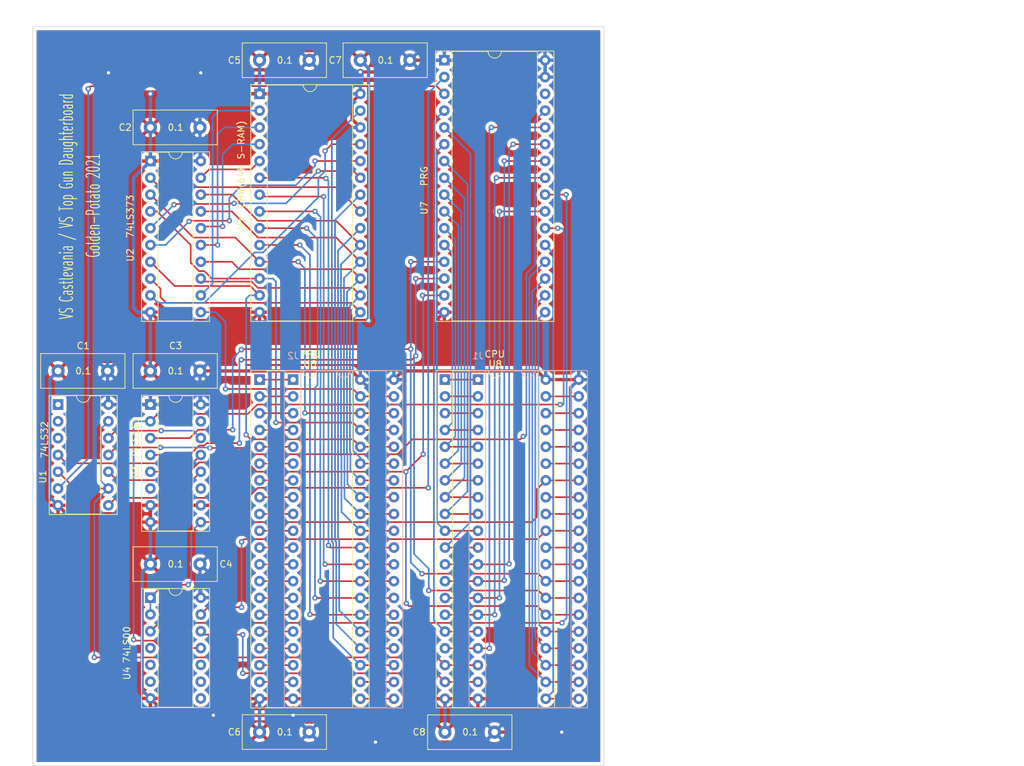
<source format=kicad_pcb>
(kicad_pcb (version 20171130) (host pcbnew "(5.1.8)-1")
  (layers (0 F.Cu signal) (31 B.Cu signal) (34 B.Paste user) (35 F.Paste user) (36 B.SilkS user) (37 F.SilkS user) (38 B.Mask user) (39 F.Mask user) (44 Edge.Cuts user))
  (net 0 "")
  (net 1 VCC)
  (net 2 GND)
  (net 3 AB15)
  (net 4 AB14)
  (net 5 AB13)
  (net 6 AB12)
  (net 7 AB11)
  (net 8 AB10)
  (net 9 AB9)
  (net 10 AB8)
  (net 11 AB7)
  (net 12 AB6)
  (net 13 AB5)
  (net 14 AB4)
  (net 15 AB3)
  (net 16 AB2)
  (net 17 AB1)
  (net 18 AB0)
  (net 19 CPU_3)
  (net 20 CPU_2)
  (net 21 CPU_1)
  (net 22 DB7)
  (net 23 DB6)
  (net 24 DB5)
  (net 25 DB4)
  (net 26 DB3)
  (net 27 DB2)
  (net 28 DB1)
  (net 29 DB0)
  (net 30 CPU_29)
  (net 31 CPU_30)
  (net 32 PHI_2)
  (net 33 CPU_32)
  (net 34 CPU_33)
  (net 35 R\~W)
  (net 36 CPU_35)
  (net 37 CPU_36)
  (net 38 CPU_37)
  (net 39 CPU_38)
  (net 40 CPU_39)
  (net 41 PPU_19)
  (net 42 PPU_18)
  (net 43 PPU_17)
  (net 44 PPU_16)
  (net 45 PPU_15)
  (net 46 PPU_14)
  (net 47 PPU_13)
  (net 48 PPU_12)
  (net 49 PPU_11)
  (net 50 PPU_10)
  (net 51 PPU_9)
  (net 52 PPU_8)
  (net 53 PPU_7)
  (net 54 PPU_6)
  (net 55 PPU_5)
  (net 56 PPU_4)
  (net 57 PPU_3)
  (net 58 PPU_2)
  (net 59 PPU_1)
  (net 60 PPU_21)
  (net 61 PPU_22)
  (net 62 ~WR)
  (net 63 ~RD)
  (net 64 A13)
  (net 65 A12)
  (net 66 A11)
  (net 67 A10)
  (net 68 A9)
  (net 69 A8)
  (net 70 AD7)
  (net 71 AD6)
  (net 72 AD5)
  (net 73 AD4)
  (net 74 AD3)
  (net 75 AD2)
  (net 76 AD1)
  (net 77 AD0)
  (net 78 ALE)
  (net 79 "Net-(U3-Pad2)")
  (net 80 "Net-(U1-Pad6)")
  (net 81 "Net-(U1-Pad12)")
  (net 82 "Net-(U1-Pad11)")
  (net 83 "Net-(U1-Pad4)")
  (net 84 "Net-(U1-Pad10)")
  (net 85 "Net-(U1-Pad8)")
  (net 86 "Net-(U2-Pad19)")
  (net 87 "Net-(U2-Pad9)")
  (net 88 "Net-(U2-Pad16)")
  (net 89 "Net-(U2-Pad6)")
  (net 90 "Net-(U2-Pad15)")
  (net 91 "Net-(U2-Pad5)")
  (net 92 "Net-(U2-Pad12)")
  (net 93 "Net-(U2-Pad2)")
  (net 94 "Net-(U3-Pad15)")
  (net 95 "Net-(U3-Pad6)")
  (net 96 "Net-(U3-Pad11)")
  (net 97 "Net-(U7-Pad30)")
  (net 98 "Net-(U4-Pad3)")
  (module Package_DIP:DIP-32_W15.24mm_Socket (layer F.Cu) (at 134.62 35.56)
    (fp_text reference U7 (at -3.048 22.352 90) (layer F.SilkS))
    (fp_text value 27C010)
    (pad 32 thru_hole oval (at 15.24 0) (size 1.6 1.6) (drill 0.8) (layers *.Cu *.Mask) (net 1 VCC))
    (pad 16 thru_hole oval (at 0 38.1) (size 1.6 1.6) (drill 0.8) (layers *.Cu *.Mask) (net 2 GND))
    (pad 31 thru_hole oval (at 15.24 2.54) (size 1.6 1.6) (drill 0.8) (layers *.Cu *.Mask) (net 1 VCC))
    (pad 15 thru_hole oval (at 0 35.56) (size 1.6 1.6) (drill 0.8) (layers *.Cu *.Mask) (net 27 DB2))
    (pad 30 thru_hole oval (at 15.24 5.08) (size 1.6 1.6) (drill 0.8) (layers *.Cu *.Mask) (net 97 "Net-(U7-Pad30)"))
    (pad 14 thru_hole oval (at 0 33.02) (size 1.6 1.6) (drill 0.8) (layers *.Cu *.Mask) (net 28 DB1))
    (pad 29 thru_hole oval (at 15.24 7.62) (size 1.6 1.6) (drill 0.8) (layers *.Cu *.Mask) (net 82 "Net-(U1-Pad11)"))
    (pad 13 thru_hole oval (at 0 30.48) (size 1.6 1.6) (drill 0.8) (layers *.Cu *.Mask) (net 29 DB0))
    (pad 28 thru_hole oval (at 15.24 10.16) (size 1.6 1.6) (drill 0.8) (layers *.Cu *.Mask) (net 5 AB13))
    (pad 12 thru_hole oval (at 0 27.94) (size 1.6 1.6) (drill 0.8) (layers *.Cu *.Mask) (net 18 AB0))
    (pad 27 thru_hole oval (at 15.24 12.7) (size 1.6 1.6) (drill 0.8) (layers *.Cu *.Mask) (net 10 AB8))
    (pad 11 thru_hole oval (at 0 25.4) (size 1.6 1.6) (drill 0.8) (layers *.Cu *.Mask) (net 17 AB1))
    (pad 26 thru_hole oval (at 15.24 15.24) (size 1.6 1.6) (drill 0.8) (layers *.Cu *.Mask) (net 9 AB9))
    (pad 10 thru_hole oval (at 0 22.86) (size 1.6 1.6) (drill 0.8) (layers *.Cu *.Mask) (net 16 AB2))
    (pad 25 thru_hole oval (at 15.24 17.78) (size 1.6 1.6) (drill 0.8) (layers *.Cu *.Mask) (net 7 AB11))
    (pad 9 thru_hole oval (at 0 20.32) (size 1.6 1.6) (drill 0.8) (layers *.Cu *.Mask) (net 15 AB3))
    (pad 24 thru_hole oval (at 15.24 20.32) (size 1.6 1.6) (drill 0.8) (layers *.Cu *.Mask) (net 98 "Net-(U4-Pad3)"))
    (pad 8 thru_hole oval (at 0 17.78) (size 1.6 1.6) (drill 0.8) (layers *.Cu *.Mask) (net 14 AB4))
    (pad 23 thru_hole oval (at 15.24 22.86) (size 1.6 1.6) (drill 0.8) (layers *.Cu *.Mask) (net 8 AB10))
    (pad 7 thru_hole oval (at 0 15.24) (size 1.6 1.6) (drill 0.8) (layers *.Cu *.Mask) (net 13 AB5))
    (pad 22 thru_hole oval (at 15.24 25.4) (size 1.6 1.6) (drill 0.8) (layers *.Cu *.Mask) (net 79 "Net-(U3-Pad2)"))
    (pad 6 thru_hole oval (at 0 12.7) (size 1.6 1.6) (drill 0.8) (layers *.Cu *.Mask) (net 12 AB6))
    (pad 21 thru_hole oval (at 15.24 27.94) (size 1.6 1.6) (drill 0.8) (layers *.Cu *.Mask) (net 22 DB7))
    (pad 5 thru_hole oval (at 0 10.16) (size 1.6 1.6) (drill 0.8) (layers *.Cu *.Mask) (net 11 AB7))
    (pad 20 thru_hole oval (at 15.24 30.48) (size 1.6 1.6) (drill 0.8) (layers *.Cu *.Mask) (net 23 DB6))
    (pad 4 thru_hole oval (at 0 7.62) (size 1.6 1.6) (drill 0.8) (layers *.Cu *.Mask) (net 6 AB12))
    (pad 19 thru_hole oval (at 15.24 33.02) (size 1.6 1.6) (drill 0.8) (layers *.Cu *.Mask) (net 24 DB5))
    (pad 3 thru_hole oval (at 0 5.08) (size 1.6 1.6) (drill 0.8) (layers *.Cu *.Mask) (net 80 "Net-(U1-Pad6)"))
    (pad 18 thru_hole oval (at 15.24 35.56) (size 1.6 1.6) (drill 0.8) (layers *.Cu *.Mask) (net 25 DB4))
    (pad 2 thru_hole oval (at 0 2.54) (size 1.6 1.6) (drill 0.8) (layers *.Cu *.Mask) (net 85 "Net-(U1-Pad8)"))
    (pad 17 thru_hole oval (at 15.24 38.1) (size 1.6 1.6) (drill 0.8) (layers *.Cu *.Mask) (net 26 DB3))
    (pad 1 thru_hole rect (at 0 0) (size 1.6 1.6) (drill 0.8) (layers *.Cu *.Mask) (net 1 VCC))
  )
  (module Package_DIP:DIP-14_W7.62mm_Socket (layer F.Cu) (at 76.2 87.63)
    (fp_text reference U1 (at -2.286 10.922 90) (layer F.SilkS))
    (fp_text value 74LS32)
    (pad 14 thru_hole oval (at 7.62 0) (size 1.6 1.6) (drill 0.8) (layers *.Cu *.Mask) (net 1 VCC))
    (pad 7 thru_hole oval (at 0 15.24) (size 1.6 1.6) (drill 0.8) (layers *.Cu *.Mask) (net 2 GND))
    (pad 13 thru_hole oval (at 7.62 2.54) (size 1.6 1.6) (drill 0.8) (layers *.Cu *.Mask) (net 4 AB14))
    (pad 6 thru_hole oval (at 0 12.7) (size 1.6 1.6) (drill 0.8) (layers *.Cu *.Mask) (net 80 "Net-(U1-Pad6)"))
    (pad 12 thru_hole oval (at 7.62 5.08) (size 1.6 1.6) (drill 0.8) (layers *.Cu *.Mask) (net 81 "Net-(U1-Pad12)"))
    (pad 5 thru_hole oval (at 0 10.16) (size 1.6 1.6) (drill 0.8) (layers *.Cu *.Mask) (net 4 AB14))
    (pad 11 thru_hole oval (at 7.62 7.62) (size 1.6 1.6) (drill 0.8) (layers *.Cu *.Mask) (net 82 "Net-(U1-Pad11)"))
    (pad 4 thru_hole oval (at 0 7.62) (size 1.6 1.6) (drill 0.8) (layers *.Cu *.Mask) (net 83 "Net-(U1-Pad4)"))
    (pad 10 thru_hole oval (at 7.62 10.16) (size 1.6 1.6) (drill 0.8) (layers *.Cu *.Mask) (net 84 "Net-(U1-Pad10)"))
    (pad 3 thru_hole oval (at 0 5.08) (size 1.6 1.6) (drill 0.8) (layers *.Cu *.Mask))
    (pad 9 thru_hole oval (at 7.62 12.7) (size 1.6 1.6) (drill 0.8) (layers *.Cu *.Mask) (net 4 AB14))
    (pad 2 thru_hole oval (at 0 2.54) (size 1.6 1.6) (drill 0.8) (layers *.Cu *.Mask))
    (pad 8 thru_hole oval (at 7.62 15.24) (size 1.6 1.6) (drill 0.8) (layers *.Cu *.Mask) (net 85 "Net-(U1-Pad8)"))
    (pad 1 thru_hole rect (at 0 0) (size 1.6 1.6) (drill 0.8) (layers *.Cu *.Mask))
  )
  (module Package_DIP:DIP-16_W7.62mm_Socket (layer F.Cu) (at 90.17 87.63)
    (fp_text reference U3 (at -2.286 10.16 90) (layer F.SilkS))
    (fp_text value 74LS161)
    (pad 16 thru_hole oval (at 7.62 0) (size 1.6 1.6) (drill 0.8) (layers *.Cu *.Mask) (net 1 VCC))
    (pad 8 thru_hole oval (at 0 17.78) (size 1.6 1.6) (drill 0.8) (layers *.Cu *.Mask) (net 2 GND))
    (pad 15 thru_hole oval (at 7.62 2.54) (size 1.6 1.6) (drill 0.8) (layers *.Cu *.Mask) (net 94 "Net-(U3-Pad15)"))
    (pad 7 thru_hole oval (at 0 15.24) (size 1.6 1.6) (drill 0.8) (layers *.Cu *.Mask) (net 2 GND))
    (pad 14 thru_hole oval (at 7.62 5.08) (size 1.6 1.6) (drill 0.8) (layers *.Cu *.Mask) (net 81 "Net-(U1-Pad12)"))
    (pad 6 thru_hole oval (at 0 12.7) (size 1.6 1.6) (drill 0.8) (layers *.Cu *.Mask) (net 95 "Net-(U3-Pad6)"))
    (pad 13 thru_hole oval (at 7.62 7.62) (size 1.6 1.6) (drill 0.8) (layers *.Cu *.Mask) (net 83 "Net-(U1-Pad4)"))
    (pad 5 thru_hole oval (at 0 10.16) (size 1.6 1.6) (drill 0.8) (layers *.Cu *.Mask) (net 27 DB2))
    (pad 12 thru_hole oval (at 7.62 10.16) (size 1.6 1.6) (drill 0.8) (layers *.Cu *.Mask) (net 84 "Net-(U1-Pad10)"))
    (pad 4 thru_hole oval (at 0 7.62) (size 1.6 1.6) (drill 0.8) (layers *.Cu *.Mask) (net 28 DB1))
    (pad 11 thru_hole oval (at 7.62 12.7) (size 1.6 1.6) (drill 0.8) (layers *.Cu *.Mask) (net 96 "Net-(U3-Pad11)"))
    (pad 3 thru_hole oval (at 0 5.08) (size 1.6 1.6) (drill 0.8) (layers *.Cu *.Mask) (net 29 DB0))
    (pad 10 thru_hole oval (at 7.62 15.24) (size 1.6 1.6) (drill 0.8) (layers *.Cu *.Mask) (net 2 GND))
    (pad 2 thru_hole oval (at 0 2.54) (size 1.6 1.6) (drill 0.8) (layers *.Cu *.Mask) (net 79 "Net-(U3-Pad2)"))
    (pad 9 thru_hole oval (at 7.62 17.78) (size 1.6 1.6) (drill 0.8) (layers *.Cu *.Mask) (net 35 R\~W))
    (pad 1 thru_hole rect (at 0 0) (size 1.6 1.6) (drill 0.8) (layers *.Cu *.Mask) (net 1 VCC))
  )
  (module Package_DIP:DIP-28_W15.24mm_Socket (layer F.Cu) (at 106.68 40.64)
    (fp_text reference U5 (at -2.794 19.558 90) (layer F.SilkS))
    (fp_text value 6264)
    (pad 28 thru_hole oval (at 15.24 0) (size 1.6 1.6) (drill 0.8) (layers *.Cu *.Mask) (net 1 VCC))
    (pad 14 thru_hole oval (at 0 33.02) (size 1.6 1.6) (drill 0.8) (layers *.Cu *.Mask) (net 2 GND))
    (pad 27 thru_hole oval (at 15.24 2.54) (size 1.6 1.6) (drill 0.8) (layers *.Cu *.Mask) (net 62 ~WR))
    (pad 13 thru_hole oval (at 0 30.48) (size 1.6 1.6) (drill 0.8) (layers *.Cu *.Mask) (net 75 AD2))
    (pad 26 thru_hole oval (at 15.24 5.08) (size 1.6 1.6) (drill 0.8) (layers *.Cu *.Mask) (net 1 VCC))
    (pad 12 thru_hole oval (at 0 27.94) (size 1.6 1.6) (drill 0.8) (layers *.Cu *.Mask) (net 76 AD1))
    (pad 25 thru_hole oval (at 15.24 7.62) (size 1.6 1.6) (drill 0.8) (layers *.Cu *.Mask) (net 87 "Net-(U2-Pad9)"))
    (pad 11 thru_hole oval (at 0 25.4) (size 1.6 1.6) (drill 0.8) (layers *.Cu *.Mask) (net 77 AD0))
    (pad 24 thru_hole oval (at 15.24 10.16) (size 1.6 1.6) (drill 0.8) (layers *.Cu *.Mask) (net 89 "Net-(U2-Pad6)"))
    (pad 10 thru_hole oval (at 0 22.86) (size 1.6 1.6) (drill 0.8) (layers *.Cu *.Mask) (net 65 A12))
    (pad 23 thru_hole oval (at 15.24 12.7) (size 1.6 1.6) (drill 0.8) (layers *.Cu *.Mask) (net 91 "Net-(U2-Pad5)"))
    (pad 9 thru_hole oval (at 0 20.32) (size 1.6 1.6) (drill 0.8) (layers *.Cu *.Mask) (net 66 A11))
    (pad 22 thru_hole oval (at 15.24 15.24) (size 1.6 1.6) (drill 0.8) (layers *.Cu *.Mask) (net 63 ~RD))
    (pad 8 thru_hole oval (at 0 17.78) (size 1.6 1.6) (drill 0.8) (layers *.Cu *.Mask) (net 67 A10))
    (pad 21 thru_hole oval (at 15.24 17.78) (size 1.6 1.6) (drill 0.8) (layers *.Cu *.Mask) (net 93 "Net-(U2-Pad2)"))
    (pad 7 thru_hole oval (at 0 15.24) (size 1.6 1.6) (drill 0.8) (layers *.Cu *.Mask) (net 68 A9))
    (pad 20 thru_hole oval (at 15.24 20.32) (size 1.6 1.6) (drill 0.8) (layers *.Cu *.Mask) (net 64 A13))
    (pad 6 thru_hole oval (at 0 12.7) (size 1.6 1.6) (drill 0.8) (layers *.Cu *.Mask) (net 69 A8))
    (pad 19 thru_hole oval (at 15.24 22.86) (size 1.6 1.6) (drill 0.8) (layers *.Cu *.Mask) (net 70 AD7))
    (pad 5 thru_hole oval (at 0 10.16) (size 1.6 1.6) (drill 0.8) (layers *.Cu *.Mask) (net 86 "Net-(U2-Pad19)"))
    (pad 18 thru_hole oval (at 15.24 25.4) (size 1.6 1.6) (drill 0.8) (layers *.Cu *.Mask) (net 71 AD6))
    (pad 4 thru_hole oval (at 0 7.62) (size 1.6 1.6) (drill 0.8) (layers *.Cu *.Mask) (net 88 "Net-(U2-Pad16)"))
    (pad 17 thru_hole oval (at 15.24 27.94) (size 1.6 1.6) (drill 0.8) (layers *.Cu *.Mask) (net 72 AD5))
    (pad 3 thru_hole oval (at 0 5.08) (size 1.6 1.6) (drill 0.8) (layers *.Cu *.Mask) (net 90 "Net-(U2-Pad15)"))
    (pad 16 thru_hole oval (at 15.24 30.48) (size 1.6 1.6) (drill 0.8) (layers *.Cu *.Mask) (net 73 AD4))
    (pad 2 thru_hole oval (at 0 2.54) (size 1.6 1.6) (drill 0.8) (layers *.Cu *.Mask) (net 92 "Net-(U2-Pad12)"))
    (pad 15 thru_hole oval (at 15.24 33.02) (size 1.6 1.6) (drill 0.8) (layers *.Cu *.Mask) (net 74 AD3))
    (pad 1 thru_hole rect (at 0 0) (size 1.6 1.6) (drill 0.8) (layers *.Cu *.Mask) (net 2 GND))
  )
  (module Package_DIP:DIP-40_W15.24mm_Socket_Reversed (layer B.Cu) (at 147.32 82.59 180)
    (fp_text reference J1 (at 7.62 2.33) (layer B.SilkS) (effects (justify mirror)))
    (fp_text value Conn_02x20_Counter_Clockwise)
    (pad 1 thru_hole rect (at 7.62 -1.27 180) (size 1.6 1.6) (drill 0.8) (layers *.Cu *.Mask) (net 21 CPU_1))
    (pad 21 thru_hole oval (at -7.62 -49.53 180) (size 1.6 1.6) (drill 0.8) (layers *.Cu *.Mask) (net 22 DB7))
    (pad 2 thru_hole oval (at 7.62 -3.81 180) (size 1.6 1.6) (drill 0.8) (layers *.Cu *.Mask) (net 20 CPU_2))
    (pad 22 thru_hole oval (at -7.62 -46.99 180) (size 1.6 1.6) (drill 0.8) (layers *.Cu *.Mask) (net 23 DB6))
    (pad 3 thru_hole oval (at 7.62 -6.35 180) (size 1.6 1.6) (drill 0.8) (layers *.Cu *.Mask) (net 19 CPU_3))
    (pad 23 thru_hole oval (at -7.62 -44.45 180) (size 1.6 1.6) (drill 0.8) (layers *.Cu *.Mask) (net 24 DB5))
    (pad 4 thru_hole oval (at 7.62 -8.89 180) (size 1.6 1.6) (drill 0.8) (layers *.Cu *.Mask) (net 18 AB0))
    (pad 24 thru_hole oval (at -7.62 -41.91 180) (size 1.6 1.6) (drill 0.8) (layers *.Cu *.Mask) (net 25 DB4))
    (pad 5 thru_hole oval (at 7.62 -11.43 180) (size 1.6 1.6) (drill 0.8) (layers *.Cu *.Mask) (net 17 AB1))
    (pad 25 thru_hole oval (at -7.62 -39.37 180) (size 1.6 1.6) (drill 0.8) (layers *.Cu *.Mask) (net 26 DB3))
    (pad 6 thru_hole oval (at 7.62 -13.97 180) (size 1.6 1.6) (drill 0.8) (layers *.Cu *.Mask) (net 16 AB2))
    (pad 26 thru_hole oval (at -7.62 -36.83 180) (size 1.6 1.6) (drill 0.8) (layers *.Cu *.Mask) (net 27 DB2))
    (pad 7 thru_hole oval (at 7.62 -16.51 180) (size 1.6 1.6) (drill 0.8) (layers *.Cu *.Mask) (net 15 AB3))
    (pad 27 thru_hole oval (at -7.62 -34.29 180) (size 1.6 1.6) (drill 0.8) (layers *.Cu *.Mask) (net 28 DB1))
    (pad 8 thru_hole oval (at 7.62 -19.05 180) (size 1.6 1.6) (drill 0.8) (layers *.Cu *.Mask) (net 14 AB4))
    (pad 28 thru_hole oval (at -7.62 -31.75 180) (size 1.6 1.6) (drill 0.8) (layers *.Cu *.Mask) (net 29 DB0))
    (pad 9 thru_hole oval (at 7.62 -21.59 180) (size 1.6 1.6) (drill 0.8) (layers *.Cu *.Mask) (net 13 AB5))
    (pad 29 thru_hole oval (at -7.62 -29.21 180) (size 1.6 1.6) (drill 0.8) (layers *.Cu *.Mask) (net 30 CPU_29))
    (pad 10 thru_hole oval (at 7.62 -24.13 180) (size 1.6 1.6) (drill 0.8) (layers *.Cu *.Mask) (net 12 AB6))
    (pad 30 thru_hole oval (at -7.62 -26.67 180) (size 1.6 1.6) (drill 0.8) (layers *.Cu *.Mask) (net 31 CPU_30))
    (pad 11 thru_hole oval (at 7.62 -26.67 180) (size 1.6 1.6) (drill 0.8) (layers *.Cu *.Mask) (net 11 AB7))
    (pad 31 thru_hole oval (at -7.62 -24.13 180) (size 1.6 1.6) (drill 0.8) (layers *.Cu *.Mask) (net 32 PHI_2))
    (pad 12 thru_hole oval (at 7.62 -29.21 180) (size 1.6 1.6) (drill 0.8) (layers *.Cu *.Mask) (net 10 AB8))
    (pad 32 thru_hole oval (at -7.62 -21.59 180) (size 1.6 1.6) (drill 0.8) (layers *.Cu *.Mask) (net 33 CPU_32))
    (pad 13 thru_hole oval (at 7.62 -31.75 180) (size 1.6 1.6) (drill 0.8) (layers *.Cu *.Mask) (net 9 AB9))
    (pad 33 thru_hole oval (at -7.62 -19.05 180) (size 1.6 1.6) (drill 0.8) (layers *.Cu *.Mask) (net 34 CPU_33))
    (pad 14 thru_hole oval (at 7.62 -34.29 180) (size 1.6 1.6) (drill 0.8) (layers *.Cu *.Mask) (net 8 AB10))
    (pad 34 thru_hole oval (at -7.62 -16.51 180) (size 1.6 1.6) (drill 0.8) (layers *.Cu *.Mask) (net 35 R\~W))
    (pad 15 thru_hole oval (at 7.62 -36.83 180) (size 1.6 1.6) (drill 0.8) (layers *.Cu *.Mask) (net 7 AB11))
    (pad 35 thru_hole oval (at -7.62 -13.97 180) (size 1.6 1.6) (drill 0.8) (layers *.Cu *.Mask) (net 36 CPU_35))
    (pad 16 thru_hole oval (at 7.62 -39.37 180) (size 1.6 1.6) (drill 0.8) (layers *.Cu *.Mask) (net 6 AB12))
    (pad 36 thru_hole oval (at -7.62 -11.43 180) (size 1.6 1.6) (drill 0.8) (layers *.Cu *.Mask) (net 37 CPU_36))
    (pad 17 thru_hole oval (at 7.62 -41.91 180) (size 1.6 1.6) (drill 0.8) (layers *.Cu *.Mask) (net 5 AB13))
    (pad 37 thru_hole oval (at -7.62 -8.89 180) (size 1.6 1.6) (drill 0.8) (layers *.Cu *.Mask) (net 38 CPU_37))
    (pad 18 thru_hole oval (at 7.62 -44.45 180) (size 1.6 1.6) (drill 0.8) (layers *.Cu *.Mask) (net 4 AB14))
    (pad 38 thru_hole oval (at -7.62 -6.35 180) (size 1.6 1.6) (drill 0.8) (layers *.Cu *.Mask) (net 39 CPU_38))
    (pad 19 thru_hole oval (at 7.62 -46.99 180) (size 1.6 1.6) (drill 0.8) (layers *.Cu *.Mask) (net 3 AB15))
    (pad 39 thru_hole oval (at -7.62 -3.81 180) (size 1.6 1.6) (drill 0.8) (layers *.Cu *.Mask) (net 40 CPU_39))
    (pad 20 thru_hole oval (at 7.62 -49.53 180) (size 1.6 1.6) (drill 0.8) (layers *.Cu *.Mask) (net 2 GND))
    (pad 40 thru_hole oval (at -7.62 -1.27 180) (size 1.6 1.6) (drill 0.8) (layers *.Cu *.Mask) (net 1 VCC))
  )
  (module Package_DIP:DIP-40_W15.24mm_Socket_Reversed (layer B.Cu) (at 119.38 82.59 180)
    (fp_text reference J2 (at 7.62 2.33) (layer B.SilkS) (effects (justify mirror)))
    (fp_text value Conn_02x20_Counter_Clockwise)
    (pad 1 thru_hole rect (at 7.62 -1.27 180) (size 1.6 1.6) (drill 0.8) (layers *.Cu *.Mask) (net 59 PPU_1))
    (pad 21 thru_hole oval (at -7.62 -49.53 180) (size 1.6 1.6) (drill 0.8) (layers *.Cu *.Mask) (net 60 PPU_21))
    (pad 2 thru_hole oval (at 7.62 -3.81 180) (size 1.6 1.6) (drill 0.8) (layers *.Cu *.Mask) (net 58 PPU_2))
    (pad 22 thru_hole oval (at -7.62 -46.99 180) (size 1.6 1.6) (drill 0.8) (layers *.Cu *.Mask) (net 61 PPU_22))
    (pad 3 thru_hole oval (at 7.62 -6.35 180) (size 1.6 1.6) (drill 0.8) (layers *.Cu *.Mask) (net 57 PPU_3))
    (pad 23 thru_hole oval (at -7.62 -44.45 180) (size 1.6 1.6) (drill 0.8) (layers *.Cu *.Mask) (net 62 ~WR))
    (pad 4 thru_hole oval (at 7.62 -8.89 180) (size 1.6 1.6) (drill 0.8) (layers *.Cu *.Mask) (net 56 PPU_4))
    (pad 24 thru_hole oval (at -7.62 -41.91 180) (size 1.6 1.6) (drill 0.8) (layers *.Cu *.Mask) (net 63 ~RD))
    (pad 5 thru_hole oval (at 7.62 -11.43 180) (size 1.6 1.6) (drill 0.8) (layers *.Cu *.Mask) (net 55 PPU_5))
    (pad 25 thru_hole oval (at -7.62 -39.37 180) (size 1.6 1.6) (drill 0.8) (layers *.Cu *.Mask) (net 64 A13))
    (pad 6 thru_hole oval (at 7.62 -13.97 180) (size 1.6 1.6) (drill 0.8) (layers *.Cu *.Mask) (net 54 PPU_6))
    (pad 26 thru_hole oval (at -7.62 -36.83 180) (size 1.6 1.6) (drill 0.8) (layers *.Cu *.Mask) (net 65 A12))
    (pad 7 thru_hole oval (at 7.62 -16.51 180) (size 1.6 1.6) (drill 0.8) (layers *.Cu *.Mask) (net 53 PPU_7))
    (pad 27 thru_hole oval (at -7.62 -34.29 180) (size 1.6 1.6) (drill 0.8) (layers *.Cu *.Mask) (net 66 A11))
    (pad 8 thru_hole oval (at 7.62 -19.05 180) (size 1.6 1.6) (drill 0.8) (layers *.Cu *.Mask) (net 52 PPU_8))
    (pad 28 thru_hole oval (at -7.62 -31.75 180) (size 1.6 1.6) (drill 0.8) (layers *.Cu *.Mask) (net 67 A10))
    (pad 9 thru_hole oval (at 7.62 -21.59 180) (size 1.6 1.6) (drill 0.8) (layers *.Cu *.Mask) (net 51 PPU_9))
    (pad 29 thru_hole oval (at -7.62 -29.21 180) (size 1.6 1.6) (drill 0.8) (layers *.Cu *.Mask) (net 68 A9))
    (pad 10 thru_hole oval (at 7.62 -24.13 180) (size 1.6 1.6) (drill 0.8) (layers *.Cu *.Mask) (net 50 PPU_10))
    (pad 30 thru_hole oval (at -7.62 -26.67 180) (size 1.6 1.6) (drill 0.8) (layers *.Cu *.Mask) (net 69 A8))
    (pad 11 thru_hole oval (at 7.62 -26.67 180) (size 1.6 1.6) (drill 0.8) (layers *.Cu *.Mask) (net 49 PPU_11))
    (pad 31 thru_hole oval (at -7.62 -24.13 180) (size 1.6 1.6) (drill 0.8) (layers *.Cu *.Mask) (net 70 AD7))
    (pad 12 thru_hole oval (at 7.62 -29.21 180) (size 1.6 1.6) (drill 0.8) (layers *.Cu *.Mask) (net 48 PPU_12))
    (pad 32 thru_hole oval (at -7.62 -21.59 180) (size 1.6 1.6) (drill 0.8) (layers *.Cu *.Mask) (net 71 AD6))
    (pad 13 thru_hole oval (at 7.62 -31.75 180) (size 1.6 1.6) (drill 0.8) (layers *.Cu *.Mask) (net 47 PPU_13))
    (pad 33 thru_hole oval (at -7.62 -19.05 180) (size 1.6 1.6) (drill 0.8) (layers *.Cu *.Mask) (net 72 AD5))
    (pad 14 thru_hole oval (at 7.62 -34.29 180) (size 1.6 1.6) (drill 0.8) (layers *.Cu *.Mask) (net 46 PPU_14))
    (pad 34 thru_hole oval (at -7.62 -16.51 180) (size 1.6 1.6) (drill 0.8) (layers *.Cu *.Mask) (net 73 AD4))
    (pad 15 thru_hole oval (at 7.62 -36.83 180) (size 1.6 1.6) (drill 0.8) (layers *.Cu *.Mask) (net 45 PPU_15))
    (pad 35 thru_hole oval (at -7.62 -13.97 180) (size 1.6 1.6) (drill 0.8) (layers *.Cu *.Mask) (net 74 AD3))
    (pad 16 thru_hole oval (at 7.62 -39.37 180) (size 1.6 1.6) (drill 0.8) (layers *.Cu *.Mask) (net 44 PPU_16))
    (pad 36 thru_hole oval (at -7.62 -11.43 180) (size 1.6 1.6) (drill 0.8) (layers *.Cu *.Mask) (net 75 AD2))
    (pad 17 thru_hole oval (at 7.62 -41.91 180) (size 1.6 1.6) (drill 0.8) (layers *.Cu *.Mask) (net 43 PPU_17))
    (pad 37 thru_hole oval (at -7.62 -8.89 180) (size 1.6 1.6) (drill 0.8) (layers *.Cu *.Mask) (net 76 AD1))
    (pad 18 thru_hole oval (at 7.62 -44.45 180) (size 1.6 1.6) (drill 0.8) (layers *.Cu *.Mask) (net 42 PPU_18))
    (pad 38 thru_hole oval (at -7.62 -6.35 180) (size 1.6 1.6) (drill 0.8) (layers *.Cu *.Mask) (net 77 AD0))
    (pad 19 thru_hole oval (at 7.62 -46.99 180) (size 1.6 1.6) (drill 0.8) (layers *.Cu *.Mask) (net 41 PPU_19))
    (pad 39 thru_hole oval (at -7.62 -3.81 180) (size 1.6 1.6) (drill 0.8) (layers *.Cu *.Mask) (net 78 ALE))
    (pad 20 thru_hole oval (at 7.62 -49.53 180) (size 1.6 1.6) (drill 0.8) (layers *.Cu *.Mask) (net 2 GND))
    (pad 40 thru_hole oval (at -7.62 -1.27 180) (size 1.6 1.6) (drill 0.8) (layers *.Cu *.Mask) (net 1 VCC))
  )
  (module Package_DIP:DIP-14_W7.62mm_Socket (layer F.Cu) (at 90.17 116.84)
    (fp_text reference U4 (at -3.556 11.43 90) (layer F.SilkS))
    (fp_text value 74LS00)
    (pad 14 thru_hole oval (at 7.62 0) (size 1.6 1.6) (drill 0.8) (layers *.Cu *.Mask) (net 1 VCC))
    (pad 7 thru_hole oval (at 0 15.24) (size 1.6 1.6) (drill 0.8) (layers *.Cu *.Mask) (net 2 GND))
    (pad 13 thru_hole oval (at 7.62 2.54) (size 1.6 1.6) (drill 0.8) (layers *.Cu *.Mask) (net 32 PHI_2))
    (pad 6 thru_hole oval (at 0 12.7) (size 1.6 1.6) (drill 0.8) (layers *.Cu *.Mask))
    (pad 12 thru_hole oval (at 7.62 5.08) (size 1.6 1.6) (drill 0.8) (layers *.Cu *.Mask) (net 3 AB15))
    (pad 5 thru_hole oval (at 0 10.16) (size 1.6 1.6) (drill 0.8) (layers *.Cu *.Mask))
    (pad 11 thru_hole oval (at 7.62 7.62) (size 1.6 1.6) (drill 0.8) (layers *.Cu *.Mask) (net 79 "Net-(U3-Pad2)"))
    (pad 4 thru_hole oval (at 0 7.62) (size 1.6 1.6) (drill 0.8) (layers *.Cu *.Mask))
    (pad 10 thru_hole oval (at 7.62 10.16) (size 1.6 1.6) (drill 0.8) (layers *.Cu *.Mask))
    (pad 3 thru_hole oval (at 0 5.08) (size 1.6 1.6) (drill 0.8) (layers *.Cu *.Mask) (net 98 "Net-(U4-Pad3)"))
    (pad 9 thru_hole oval (at 7.62 12.7) (size 1.6 1.6) (drill 0.8) (layers *.Cu *.Mask))
    (pad 2 thru_hole oval (at 0 2.54) (size 1.6 1.6) (drill 0.8) (layers *.Cu *.Mask) (net 35 R\~W))
    (pad 8 thru_hole oval (at 7.62 15.24) (size 1.6 1.6) (drill 0.8) (layers *.Cu *.Mask))
    (pad 1 thru_hole rect (at 0 0) (size 1.6 1.6) (drill 0.8) (layers *.Cu *.Mask) (net 35 R\~W))
  )
  (module Package_DIP:DIP-20_W7.62mm_Socket (layer F.Cu) (at 90.17 50.8)
    (fp_text reference U2 (at -3.048 14.224 90) (layer F.SilkS))
    (fp_text value 74LS373)
    (pad 20 thru_hole oval (at 7.62 0) (size 1.6 1.6) (drill 0.8) (layers *.Cu *.Mask) (net 1 VCC))
    (pad 10 thru_hole oval (at 0 22.86) (size 1.6 1.6) (drill 0.8) (layers *.Cu *.Mask) (net 2 GND))
    (pad 19 thru_hole oval (at 7.62 2.54) (size 1.6 1.6) (drill 0.8) (layers *.Cu *.Mask) (net 86 "Net-(U2-Pad19)"))
    (pad 9 thru_hole oval (at 0 20.32) (size 1.6 1.6) (drill 0.8) (layers *.Cu *.Mask) (net 87 "Net-(U2-Pad9)"))
    (pad 18 thru_hole oval (at 7.62 5.08) (size 1.6 1.6) (drill 0.8) (layers *.Cu *.Mask) (net 70 AD7))
    (pad 8 thru_hole oval (at 0 17.78) (size 1.6 1.6) (drill 0.8) (layers *.Cu *.Mask) (net 74 AD3))
    (pad 17 thru_hole oval (at 7.62 7.62) (size 1.6 1.6) (drill 0.8) (layers *.Cu *.Mask) (net 71 AD6))
    (pad 7 thru_hole oval (at 0 15.24) (size 1.6 1.6) (drill 0.8) (layers *.Cu *.Mask) (net 75 AD2))
    (pad 16 thru_hole oval (at 7.62 10.16) (size 1.6 1.6) (drill 0.8) (layers *.Cu *.Mask) (net 88 "Net-(U2-Pad16)"))
    (pad 6 thru_hole oval (at 0 12.7) (size 1.6 1.6) (drill 0.8) (layers *.Cu *.Mask) (net 89 "Net-(U2-Pad6)"))
    (pad 15 thru_hole oval (at 7.62 12.7) (size 1.6 1.6) (drill 0.8) (layers *.Cu *.Mask) (net 90 "Net-(U2-Pad15)"))
    (pad 5 thru_hole oval (at 0 10.16) (size 1.6 1.6) (drill 0.8) (layers *.Cu *.Mask) (net 91 "Net-(U2-Pad5)"))
    (pad 14 thru_hole oval (at 7.62 15.24) (size 1.6 1.6) (drill 0.8) (layers *.Cu *.Mask) (net 72 AD5))
    (pad 4 thru_hole oval (at 0 7.62) (size 1.6 1.6) (drill 0.8) (layers *.Cu *.Mask) (net 76 AD1))
    (pad 13 thru_hole oval (at 7.62 17.78) (size 1.6 1.6) (drill 0.8) (layers *.Cu *.Mask) (net 73 AD4))
    (pad 3 thru_hole oval (at 0 5.08) (size 1.6 1.6) (drill 0.8) (layers *.Cu *.Mask) (net 77 AD0))
    (pad 12 thru_hole oval (at 7.62 20.32) (size 1.6 1.6) (drill 0.8) (layers *.Cu *.Mask) (net 92 "Net-(U2-Pad12)"))
    (pad 2 thru_hole oval (at 0 2.54) (size 1.6 1.6) (drill 0.8) (layers *.Cu *.Mask) (net 93 "Net-(U2-Pad2)"))
    (pad 11 thru_hole oval (at 7.62 22.86) (size 1.6 1.6) (drill 0.8) (layers *.Cu *.Mask) (net 78 ALE))
    (pad 1 thru_hole rect (at 0 0) (size 1.6 1.6) (drill 0.8) (layers *.Cu *.Mask) (net 2 GND))
  )
  (module Package_DIP:DIP-40_W15.24mm_Socket (layer F.Cu) (at 106.68 83.86)
    (fp_text reference U6 (at 7.62 -2.33) (layer F.SilkS))
    (fp_text value RP2C02_PPU)
    (pad 40 thru_hole oval (at 15.24 0) (size 1.6 1.6) (drill 0.8) (layers *.Cu *.Mask) (net 1 VCC))
    (pad 20 thru_hole oval (at 0 48.26) (size 1.6 1.6) (drill 0.8) (layers *.Cu *.Mask) (net 2 GND))
    (pad 39 thru_hole oval (at 15.24 2.54) (size 1.6 1.6) (drill 0.8) (layers *.Cu *.Mask) (net 78 ALE))
    (pad 19 thru_hole oval (at 0 45.72) (size 1.6 1.6) (drill 0.8) (layers *.Cu *.Mask) (net 41 PPU_19))
    (pad 38 thru_hole oval (at 15.24 5.08) (size 1.6 1.6) (drill 0.8) (layers *.Cu *.Mask) (net 77 AD0))
    (pad 18 thru_hole oval (at 0 43.18) (size 1.6 1.6) (drill 0.8) (layers *.Cu *.Mask) (net 42 PPU_18))
    (pad 37 thru_hole oval (at 15.24 7.62) (size 1.6 1.6) (drill 0.8) (layers *.Cu *.Mask) (net 76 AD1))
    (pad 17 thru_hole oval (at 0 40.64) (size 1.6 1.6) (drill 0.8) (layers *.Cu *.Mask) (net 43 PPU_17))
    (pad 36 thru_hole oval (at 15.24 10.16) (size 1.6 1.6) (drill 0.8) (layers *.Cu *.Mask) (net 75 AD2))
    (pad 16 thru_hole oval (at 0 38.1) (size 1.6 1.6) (drill 0.8) (layers *.Cu *.Mask) (net 44 PPU_16))
    (pad 35 thru_hole oval (at 15.24 12.7) (size 1.6 1.6) (drill 0.8) (layers *.Cu *.Mask) (net 74 AD3))
    (pad 15 thru_hole oval (at 0 35.56) (size 1.6 1.6) (drill 0.8) (layers *.Cu *.Mask) (net 45 PPU_15))
    (pad 34 thru_hole oval (at 15.24 15.24) (size 1.6 1.6) (drill 0.8) (layers *.Cu *.Mask) (net 73 AD4))
    (pad 14 thru_hole oval (at 0 33.02) (size 1.6 1.6) (drill 0.8) (layers *.Cu *.Mask) (net 46 PPU_14))
    (pad 33 thru_hole oval (at 15.24 17.78) (size 1.6 1.6) (drill 0.8) (layers *.Cu *.Mask) (net 72 AD5))
    (pad 13 thru_hole oval (at 0 30.48) (size 1.6 1.6) (drill 0.8) (layers *.Cu *.Mask) (net 47 PPU_13))
    (pad 32 thru_hole oval (at 15.24 20.32) (size 1.6 1.6) (drill 0.8) (layers *.Cu *.Mask) (net 71 AD6))
    (pad 12 thru_hole oval (at 0 27.94) (size 1.6 1.6) (drill 0.8) (layers *.Cu *.Mask) (net 48 PPU_12))
    (pad 31 thru_hole oval (at 15.24 22.86) (size 1.6 1.6) (drill 0.8) (layers *.Cu *.Mask) (net 70 AD7))
    (pad 11 thru_hole oval (at 0 25.4) (size 1.6 1.6) (drill 0.8) (layers *.Cu *.Mask) (net 49 PPU_11))
    (pad 30 thru_hole oval (at 15.24 25.4) (size 1.6 1.6) (drill 0.8) (layers *.Cu *.Mask) (net 69 A8))
    (pad 10 thru_hole oval (at 0 22.86) (size 1.6 1.6) (drill 0.8) (layers *.Cu *.Mask) (net 50 PPU_10))
    (pad 29 thru_hole oval (at 15.24 27.94) (size 1.6 1.6) (drill 0.8) (layers *.Cu *.Mask) (net 68 A9))
    (pad 9 thru_hole oval (at 0 20.32) (size 1.6 1.6) (drill 0.8) (layers *.Cu *.Mask) (net 51 PPU_9))
    (pad 28 thru_hole oval (at 15.24 30.48) (size 1.6 1.6) (drill 0.8) (layers *.Cu *.Mask) (net 67 A10))
    (pad 8 thru_hole oval (at 0 17.78) (size 1.6 1.6) (drill 0.8) (layers *.Cu *.Mask) (net 52 PPU_8))
    (pad 27 thru_hole oval (at 15.24 33.02) (size 1.6 1.6) (drill 0.8) (layers *.Cu *.Mask) (net 66 A11))
    (pad 7 thru_hole oval (at 0 15.24) (size 1.6 1.6) (drill 0.8) (layers *.Cu *.Mask) (net 53 PPU_7))
    (pad 26 thru_hole oval (at 15.24 35.56) (size 1.6 1.6) (drill 0.8) (layers *.Cu *.Mask) (net 65 A12))
    (pad 6 thru_hole oval (at 0 12.7) (size 1.6 1.6) (drill 0.8) (layers *.Cu *.Mask) (net 54 PPU_6))
    (pad 25 thru_hole oval (at 15.24 38.1) (size 1.6 1.6) (drill 0.8) (layers *.Cu *.Mask) (net 64 A13))
    (pad 5 thru_hole oval (at 0 10.16) (size 1.6 1.6) (drill 0.8) (layers *.Cu *.Mask) (net 55 PPU_5))
    (pad 24 thru_hole oval (at 15.24 40.64) (size 1.6 1.6) (drill 0.8) (layers *.Cu *.Mask) (net 63 ~RD))
    (pad 4 thru_hole oval (at 0 7.62) (size 1.6 1.6) (drill 0.8) (layers *.Cu *.Mask) (net 56 PPU_4))
    (pad 23 thru_hole oval (at 15.24 43.18) (size 1.6 1.6) (drill 0.8) (layers *.Cu *.Mask) (net 62 ~WR))
    (pad 3 thru_hole oval (at 0 5.08) (size 1.6 1.6) (drill 0.8) (layers *.Cu *.Mask) (net 57 PPU_3))
    (pad 22 thru_hole oval (at 15.24 45.72) (size 1.6 1.6) (drill 0.8) (layers *.Cu *.Mask) (net 61 PPU_22))
    (pad 2 thru_hole oval (at 0 2.54) (size 1.6 1.6) (drill 0.8) (layers *.Cu *.Mask) (net 58 PPU_2))
    (pad 21 thru_hole oval (at 15.24 48.26) (size 1.6 1.6) (drill 0.8) (layers *.Cu *.Mask) (net 60 PPU_21))
    (pad 1 thru_hole rect (at 0 0) (size 1.6 1.6) (drill 0.8) (layers *.Cu *.Mask) (net 59 PPU_1))
  )
  (module Package_DIP:DIP-40_W15.24mm_Socket (layer F.Cu) (at 134.72 83.86)
    (fp_text reference U8 (at 7.62 -2.33) (layer F.SilkS))
    (fp_text value RP2A03_CPU)
    (pad 40 thru_hole oval (at 15.24 0) (size 1.6 1.6) (drill 0.8) (layers *.Cu *.Mask) (net 1 VCC))
    (pad 20 thru_hole oval (at 0 48.26) (size 1.6 1.6) (drill 0.8) (layers *.Cu *.Mask) (net 2 GND))
    (pad 39 thru_hole oval (at 15.24 2.54) (size 1.6 1.6) (drill 0.8) (layers *.Cu *.Mask) (net 40 CPU_39))
    (pad 19 thru_hole oval (at 0 45.72) (size 1.6 1.6) (drill 0.8) (layers *.Cu *.Mask) (net 3 AB15))
    (pad 38 thru_hole oval (at 15.24 5.08) (size 1.6 1.6) (drill 0.8) (layers *.Cu *.Mask) (net 39 CPU_38))
    (pad 18 thru_hole oval (at 0 43.18) (size 1.6 1.6) (drill 0.8) (layers *.Cu *.Mask) (net 4 AB14))
    (pad 37 thru_hole oval (at 15.24 7.62) (size 1.6 1.6) (drill 0.8) (layers *.Cu *.Mask) (net 38 CPU_37))
    (pad 17 thru_hole oval (at 0 40.64) (size 1.6 1.6) (drill 0.8) (layers *.Cu *.Mask) (net 5 AB13))
    (pad 36 thru_hole oval (at 15.24 10.16) (size 1.6 1.6) (drill 0.8) (layers *.Cu *.Mask) (net 37 CPU_36))
    (pad 16 thru_hole oval (at 0 38.1) (size 1.6 1.6) (drill 0.8) (layers *.Cu *.Mask) (net 6 AB12))
    (pad 35 thru_hole oval (at 15.24 12.7) (size 1.6 1.6) (drill 0.8) (layers *.Cu *.Mask) (net 36 CPU_35))
    (pad 15 thru_hole oval (at 0 35.56) (size 1.6 1.6) (drill 0.8) (layers *.Cu *.Mask) (net 7 AB11))
    (pad 34 thru_hole oval (at 15.24 15.24) (size 1.6 1.6) (drill 0.8) (layers *.Cu *.Mask) (net 35 R\~W))
    (pad 14 thru_hole oval (at 0 33.02) (size 1.6 1.6) (drill 0.8) (layers *.Cu *.Mask) (net 8 AB10))
    (pad 33 thru_hole oval (at 15.24 17.78) (size 1.6 1.6) (drill 0.8) (layers *.Cu *.Mask) (net 34 CPU_33))
    (pad 13 thru_hole oval (at 0 30.48) (size 1.6 1.6) (drill 0.8) (layers *.Cu *.Mask) (net 9 AB9))
    (pad 32 thru_hole oval (at 15.24 20.32) (size 1.6 1.6) (drill 0.8) (layers *.Cu *.Mask) (net 33 CPU_32))
    (pad 12 thru_hole oval (at 0 27.94) (size 1.6 1.6) (drill 0.8) (layers *.Cu *.Mask) (net 10 AB8))
    (pad 31 thru_hole oval (at 15.24 22.86) (size 1.6 1.6) (drill 0.8) (layers *.Cu *.Mask) (net 32 PHI_2))
    (pad 11 thru_hole oval (at 0 25.4) (size 1.6 1.6) (drill 0.8) (layers *.Cu *.Mask) (net 11 AB7))
    (pad 30 thru_hole oval (at 15.24 25.4) (size 1.6 1.6) (drill 0.8) (layers *.Cu *.Mask) (net 31 CPU_30))
    (pad 10 thru_hole oval (at 0 22.86) (size 1.6 1.6) (drill 0.8) (layers *.Cu *.Mask) (net 12 AB6))
    (pad 29 thru_hole oval (at 15.24 27.94) (size 1.6 1.6) (drill 0.8) (layers *.Cu *.Mask) (net 30 CPU_29))
    (pad 9 thru_hole oval (at 0 20.32) (size 1.6 1.6) (drill 0.8) (layers *.Cu *.Mask) (net 13 AB5))
    (pad 28 thru_hole oval (at 15.24 30.48) (size 1.6 1.6) (drill 0.8) (layers *.Cu *.Mask) (net 29 DB0))
    (pad 8 thru_hole oval (at 0 17.78) (size 1.6 1.6) (drill 0.8) (layers *.Cu *.Mask) (net 14 AB4))
    (pad 27 thru_hole oval (at 15.24 33.02) (size 1.6 1.6) (drill 0.8) (layers *.Cu *.Mask) (net 28 DB1))
    (pad 7 thru_hole oval (at 0 15.24) (size 1.6 1.6) (drill 0.8) (layers *.Cu *.Mask) (net 15 AB3))
    (pad 26 thru_hole oval (at 15.24 35.56) (size 1.6 1.6) (drill 0.8) (layers *.Cu *.Mask) (net 27 DB2))
    (pad 6 thru_hole oval (at 0 12.7) (size 1.6 1.6) (drill 0.8) (layers *.Cu *.Mask) (net 16 AB2))
    (pad 25 thru_hole oval (at 15.24 38.1) (size 1.6 1.6) (drill 0.8) (layers *.Cu *.Mask) (net 26 DB3))
    (pad 5 thru_hole oval (at 0 10.16) (size 1.6 1.6) (drill 0.8) (layers *.Cu *.Mask) (net 17 AB1))
    (pad 24 thru_hole oval (at 15.24 40.64) (size 1.6 1.6) (drill 0.8) (layers *.Cu *.Mask) (net 25 DB4))
    (pad 4 thru_hole oval (at 0 7.62) (size 1.6 1.6) (drill 0.8) (layers *.Cu *.Mask) (net 18 AB0))
    (pad 23 thru_hole oval (at 15.24 43.18) (size 1.6 1.6) (drill 0.8) (layers *.Cu *.Mask) (net 24 DB5))
    (pad 3 thru_hole oval (at 0 5.08) (size 1.6 1.6) (drill 0.8) (layers *.Cu *.Mask) (net 19 CPU_3))
    (pad 22 thru_hole oval (at 15.24 45.72) (size 1.6 1.6) (drill 0.8) (layers *.Cu *.Mask) (net 23 DB6))
    (pad 2 thru_hole oval (at 0 2.54) (size 1.6 1.6) (drill 0.8) (layers *.Cu *.Mask) (net 20 CPU_2))
    (pad 21 thru_hole oval (at 15.24 48.26) (size 1.6 1.6) (drill 0.8) (layers *.Cu *.Mask) (net 22 DB7))
    (pad 1 thru_hole rect (at 0 0) (size 1.6 1.6) (drill 0.8) (layers *.Cu *.Mask) (net 21 CPU_1))
  )
  (module Capacitor_THT:C_Disc_D12.5mm_W5.0mm_P7.50mm (layer F.Cu) (at 76.2 82.55)
    (fp_text reference C1 (at 3.81 -3.81) (layer F.SilkS))
    (fp_text value 0.1)
    (pad 2 thru_hole circle (at 7.5 0) (size 2 2) (drill 1) (layers *.Cu *.Mask) (net 1 VCC))
    (pad 1 thru_hole circle (at 0 0) (size 2 2) (drill 1) (layers *.Cu *.Mask) (net 2 GND))
  )
  (module Capacitor_THT:C_Disc_D12.5mm_W5.0mm_P7.50mm (layer F.Cu) (at 90.17 111.76)
    (fp_text reference C4 (at 11.43 0 180) (layer F.SilkS))
    (fp_text value 0.1)
    (pad 2 thru_hole circle (at 7.5 0) (size 2 2) (drill 1) (layers *.Cu *.Mask) (net 1 VCC))
    (pad 1 thru_hole circle (at 0 0) (size 2 2) (drill 1) (layers *.Cu *.Mask) (net 2 GND))
  )
  (module Capacitor_THT:C_Disc_D12.5mm_W5.0mm_P7.50mm (layer F.Cu) (at 90.17 82.55)
    (fp_text reference C3 (at 3.81 -3.81) (layer F.SilkS))
    (fp_text value 0.1)
    (pad 2 thru_hole circle (at 7.5 0) (size 2 2) (drill 1) (layers *.Cu *.Mask) (net 1 VCC))
    (pad 1 thru_hole circle (at 0 0) (size 2 2) (drill 1) (layers *.Cu *.Mask) (net 2 GND))
  )
  (module Capacitor_THT:C_Disc_D12.5mm_W5.0mm_P7.50mm (layer F.Cu) (at 90.17 45.72)
    (fp_text reference C2 (at -3.81 0) (layer F.SilkS))
    (fp_text value 0.1)
    (pad 2 thru_hole circle (at 7.5 0) (size 2 2) (drill 1) (layers *.Cu *.Mask) (net 1 VCC))
    (pad 1 thru_hole circle (at 0 0) (size 2 2) (drill 1) (layers *.Cu *.Mask) (net 2 GND))
  )
  (module Capacitor_THT:C_Disc_D12.5mm_W5.0mm_P7.50mm (layer F.Cu) (at 106.68 35.56)
    (fp_text reference C5 (at -3.81 0) (layer F.SilkS))
    (fp_text value 0.1)
    (pad 2 thru_hole circle (at 7.5 0) (size 2 2) (drill 1) (layers *.Cu *.Mask) (net 1 VCC))
    (pad 1 thru_hole circle (at 0 0) (size 2 2) (drill 1) (layers *.Cu *.Mask) (net 2 GND))
  )
  (module Capacitor_THT:C_Disc_D12.5mm_W5.0mm_P7.50mm (layer F.Cu) (at 121.92 35.56)
    (fp_text reference C7 (at -3.81 0) (layer F.SilkS))
    (fp_text value 0.1)
    (pad 2 thru_hole circle (at 7.5 0) (size 2 2) (drill 1) (layers *.Cu *.Mask) (net 1 VCC))
    (pad 1 thru_hole circle (at 0 0) (size 2 2) (drill 1) (layers *.Cu *.Mask) (net 2 GND))
  )
  (module Capacitor_THT:C_Disc_D12.5mm_W5.0mm_P7.50mm (layer F.Cu) (at 106.68 137.16)
    (fp_text reference C6 (at -3.81 0) (layer F.SilkS))
    (fp_text value 0.1)
    (pad 2 thru_hole circle (at 7.5 0) (size 2 2) (drill 1) (layers *.Cu *.Mask) (net 1 VCC))
    (pad 1 thru_hole circle (at 0 0) (size 2 2) (drill 1) (layers *.Cu *.Mask) (net 2 GND))
  )
  (module Capacitor_THT:C_Disc_D12.5mm_W5.0mm_P7.50mm (layer F.Cu) (at 134.72 137.18)
    (fp_text reference C8 (at -3.91 -0.02) (layer F.SilkS))
    (fp_text value 0.1)
    (pad 2 thru_hole circle (at 7.5 0) (size 2 2) (drill 1) (layers *.Cu *.Mask) (net 1 VCC))
    (pad 1 thru_hole circle (at 0 0) (size 2 2) (drill 1) (layers *.Cu *.Mask) (net 2 GND))
  )
  (gr_text " Golden-Potato 2021" (at 81.534 57.912 90) (layer F.SilkS) (effects (font (size 2 1))))
  (gr_text "VS Castlevania / VS Top Gun Daughterboard" (at 77.47 57.658 90) (layer F.SilkS) (effects (font (size 2 1))))
  (gr_line (start 158.75 30.48) (end 158.75 142.24) (layer Edge.Cuts) (width 0.1))
  (gr_line (start 72.39 30.48) (end 158.75 30.48) (layer Edge.Cuts) (width 0.1))
  (gr_line (start 72.39 142.24) (end 72.39 30.48) (layer Edge.Cuts) (width 0.1))
  (gr_line (start 158.75 142.24) (end 72.39 142.24) (layer Edge.Cuts) (width 0.1))
  (gr_text 0.1 (at 80.01 82.55) (layer F.SilkS) (effects (font (size 1 1))))
  (gr_text 74LS00 (at 86.614 123.952 90) (layer F.SilkS) (effects (font (size 1 1))))
  (gr_text 74LS32 (at 74.168 92.964 90) (layer F.SilkS) (effects (font (size 1 1))))
  (gr_text 74LS161 (at 87.884 92.71 90) (layer F.SilkS) (effects (font (size 1 1))))
  (gr_text 0.1 (at 93.98 111.76) (layer F.SilkS) (effects (font (size 1 1))))
  (gr_text 0.1 (at 93.98 82.55) (layer F.SilkS) (effects (font (size 1 1))))
  (gr_text 0.1 (at 110.49 137.16) (layer F.SilkS) (effects (font (size 1 1))))
  (gr_text 0.1 (at 138.53 137.16) (layer F.SilkS) (effects (font (size 1 1))))
  (gr_text 0.1 (at 125.73 35.56) (layer F.SilkS) (effects (font (size 1 1))))
  (gr_text 0.1 (at 110.49 35.56) (layer F.SilkS) (effects (font (size 1 1))))
  (gr_text 0.1 (at 93.98 45.72) (layer F.SilkS) (effects (font (size 1 1))))
  (gr_text 74LS373 (at 87.122 59.182 90) (layer F.SilkS) (effects (font (size 1 1))))
  (gr_text "CHR(64K S-RAM)" (at 103.886 51.308 90) (layer F.SilkS) (effects (font (size 1 1))))
  (gr_text PRG (at 131.572 53.086 -270) (layer F.SilkS) (effects (font (size 1 1))))
  (gr_text CPU (at 142.24 80.01) (layer F.SilkS) (effects (font (size 1 1))))
  (gr_text PPU (at 114.3 80.01) (layer F.SilkS) (effects (font (size 1 1))))
  (via (at 97.79 37.465) (size 1) (drill 0.5) (layers F.Cu B.Cu) (net 1))
  (segment (start 114.18 137.16) (end 115.704 138.684) (width 0.5) (layer F.Cu) (net 1))
  (segment (start 140.716 138.684) (end 142.22 137.18) (width 0.5) (layer F.Cu) (net 1))
  (segment (start 115.704 138.684) (end 124.206 138.684) (width 0.5) (layer F.Cu) (net 1))
  (segment (start 154.94 83.86) (end 149.96 83.86) (width 0.5) (layer F.Cu) (net 1))
  (segment (start 127 83.86) (end 121.92 83.86) (width 0.5) (layer F.Cu) (net 1))
  (segment (start 83.82 87.63) (end 90.17 87.63) (width 0.5) (layer F.Cu) (net 1))
  (segment (start 90.17 87.63) (end 97.79 87.63) (width 0.5) (layer F.Cu) (net 1))
  (segment (start 129.42 35.56) (end 134.62 35.56) (width 0.5) (layer F.Cu) (net 1))
  (segment (start 134.62 35.56) (end 149.86 35.56) (width 0.5) (layer F.Cu) (net 1))
  (segment (start 98.244999 37.010001) (end 97.79 37.465) (width 0.5) (layer F.Cu) (net 1))
  (segment (start 112.729999 37.010001) (end 98.244999 37.010001) (width 0.5) (layer F.Cu) (net 1))
  (segment (start 114.18 35.56) (end 112.729999 37.010001) (width 0.5) (layer F.Cu) (net 1))
  (segment (start 97.67 50.68) (end 97.79 50.8) (width 0.5) (layer B.Cu) (net 1))
  (segment (start 97.67 45.72) (end 97.67 50.68) (width 0.5) (layer B.Cu) (net 1))
  (segment (start 97.67 37.585) (end 97.79 37.465) (width 0.5) (layer B.Cu) (net 1))
  (segment (start 97.67 45.72) (end 97.67 37.585) (width 0.5) (layer B.Cu) (net 1))
  (segment (start 149.86 35.56) (end 149.86 38.1) (width 0.5) (layer B.Cu) (net 1))
  (segment (start 83.7 87.51) (end 83.82 87.63) (width 0.5) (layer B.Cu) (net 1))
  (segment (start 83.7 82.55) (end 83.7 87.51) (width 0.5) (layer B.Cu) (net 1))
  (segment (start 97.67 87.51) (end 97.79 87.63) (width 0.5) (layer B.Cu) (net 1))
  (segment (start 97.67 82.55) (end 97.67 87.51) (width 0.5) (layer B.Cu) (net 1))
  (segment (start 120.61 82.55) (end 121.92 83.86) (width 0.5) (layer F.Cu) (net 1))
  (segment (start 97.67 82.55) (end 120.61 82.55) (width 0.5) (layer F.Cu) (net 1))
  (segment (start 127 83.86) (end 128.31 82.55) (width 0.5) (layer F.Cu) (net 1))
  (segment (start 148.65 82.55) (end 149.96 83.86) (width 0.5) (layer F.Cu) (net 1))
  (segment (start 128.31 82.55) (end 148.65 82.55) (width 0.5) (layer F.Cu) (net 1))
  (segment (start 97.79 37.465) (end 83.82 37.465) (width 0.5) (layer F.Cu) (net 1))
  (segment (start 83.82 37.465) (end 83.82 37.465) (width 0.5) (layer F.Cu) (net 1))
  (via (at 83.82 37.465) (size 1) (drill 0.5) (layers F.Cu B.Cu) (net 1))
  (segment (start 83.7 37.585) (end 83.82 37.465) (width 0.5) (layer B.Cu) (net 1))
  (segment (start 83.7 82.55) (end 83.7 37.585) (width 0.5) (layer B.Cu) (net 1))
  (segment (start 97.67 116.72) (end 97.79 116.84) (width 0.5) (layer B.Cu) (net 1))
  (segment (start 97.67 111.76) (end 97.67 116.72) (width 0.5) (layer B.Cu) (net 1))
  (segment (start 97.79 116.84) (end 99.06 116.84) (width 0.5) (layer B.Cu) (net 1))
  (segment (start 99.06 116.84) (end 99.695 117.475) (width 0.5) (layer B.Cu) (net 1))
  (segment (start 99.695 117.475) (end 99.695 134.62) (width 0.5) (layer B.Cu) (net 1))
  (segment (start 99.695 134.62) (end 99.695 134.62) (width 0.5) (layer B.Cu) (net 1))
  (via (at 99.695 134.62) (size 1) (drill 0.5) (layers F.Cu B.Cu) (net 1))
  (via (at 111.76 134.62) (size 1) (drill 0.5) (layers F.Cu B.Cu) (net 1))
  (segment (start 114.18 137.04) (end 111.76 134.62) (width 0.5) (layer B.Cu) (net 1))
  (segment (start 114.18 137.16) (end 114.18 137.04) (width 0.5) (layer B.Cu) (net 1))
  (segment (start 111.76 134.62) (end 99.695 134.62) (width 0.5) (layer F.Cu) (net 1))
  (segment (start 124.206 138.684) (end 140.716 138.684) (width 0.5) (layer F.Cu) (net 1))
  (via (at 124.206 138.684) (size 1) (drill 0.5) (layers F.Cu B.Cu) (net 1))
  (segment (start 124.206 86.146) (end 121.92 83.86) (width 0.5) (layer B.Cu) (net 1))
  (segment (start 124.206 138.684) (end 124.206 86.146) (width 0.5) (layer B.Cu) (net 1))
  (segment (start 142.22 137.18) (end 152.38 137.18) (width 0.5) (layer F.Cu) (net 1))
  (segment (start 152.38 137.18) (end 152.38 137.18) (width 0.5) (layer F.Cu) (net 1))
  (via (at 152.38 137.18) (size 1) (drill 0.5) (layers F.Cu B.Cu) (net 1))
  (segment (start 153.015 137.18) (end 152.38 137.18) (width 0.5) (layer B.Cu) (net 1))
  (segment (start 153.689999 136.505001) (end 153.015 137.18) (width 0.5) (layer B.Cu) (net 1))
  (segment (start 153.689999 85.110001) (end 153.689999 136.505001) (width 0.5) (layer B.Cu) (net 1))
  (segment (start 154.94 83.86) (end 153.689999 85.110001) (width 0.5) (layer B.Cu) (net 1))
  (segment (start 129.42 35.56) (end 127.642 37.338) (width 0.5) (layer F.Cu) (net 1))
  (segment (start 115.958 37.338) (end 114.18 35.56) (width 0.5) (layer F.Cu) (net 1))
  (segment (start 127.642 37.338) (end 121.92 37.338) (width 0.5) (layer F.Cu) (net 1))
  (segment (start 121.92 37.338) (end 115.958 37.338) (width 0.5) (layer F.Cu) (net 1))
  (via (at 121.92 37.338) (size 1) (drill 0.5) (layers F.Cu B.Cu) (net 1))
  (segment (start 121.92 37.338) (end 121.92 40.64) (width 0.5) (layer B.Cu) (net 1))
  (segment (start 120.669999 44.469999) (end 121.92 45.72) (width 0.5) (layer F.Cu) (net 1))
  (segment (start 120.669999 41.890001) (end 120.669999 44.469999) (width 0.5) (layer F.Cu) (net 1))
  (segment (start 121.92 40.64) (end 120.669999 41.890001) (width 0.5) (layer F.Cu) (net 1))
  (segment (start 106.68 137.16) (end 108.204 135.636) (width 0.5) (layer F.Cu) (net 2))
  (segment (start 133.176 135.636) (end 134.72 137.18) (width 0.5) (layer F.Cu) (net 2))
  (segment (start 108.204 135.636) (end 133.176 135.636) (width 0.5) (layer F.Cu) (net 2))
  (segment (start 106.68 132.12) (end 111.76 132.12) (width 0.5) (layer F.Cu) (net 2))
  (segment (start 106.68 132.12) (end 105.196 133.604) (width 0.5) (layer F.Cu) (net 2))
  (segment (start 91.694 133.604) (end 90.17 132.08) (width 0.5) (layer F.Cu) (net 2))
  (segment (start 105.196 133.604) (end 91.694 133.604) (width 0.5) (layer F.Cu) (net 2))
  (segment (start 139.7 132.12) (end 134.72 132.12) (width 0.5) (layer F.Cu) (net 2))
  (segment (start 76.2 102.87) (end 77.47 104.14) (width 0.5) (layer F.Cu) (net 2))
  (segment (start 77.47 104.14) (end 89.916 104.14) (width 0.5) (layer F.Cu) (net 2))
  (segment (start 89.916 104.14) (end 90.17 103.886) (width 0.5) (layer F.Cu) (net 2))
  (segment (start 90.17 103.886) (end 90.17 102.87) (width 0.5) (layer F.Cu) (net 2))
  (segment (start 90.17 104.394) (end 89.916 104.14) (width 0.5) (layer F.Cu) (net 2))
  (segment (start 90.17 105.41) (end 90.17 104.394) (width 0.5) (layer F.Cu) (net 2))
  (segment (start 90.17 102.87) (end 97.79 102.87) (width 0.5) (layer F.Cu) (net 2))
  (segment (start 88.719999 81.099999) (end 90.17 82.55) (width 0.5) (layer F.Cu) (net 2))
  (segment (start 77.650001 81.099999) (end 88.719999 81.099999) (width 0.5) (layer F.Cu) (net 2))
  (segment (start 76.2 82.55) (end 77.650001 81.099999) (width 0.5) (layer F.Cu) (net 2))
  (segment (start 120.469999 34.109999) (end 121.92 35.56) (width 0.5) (layer F.Cu) (net 2))
  (segment (start 108.130001 34.109999) (end 120.469999 34.109999) (width 0.5) (layer F.Cu) (net 2))
  (segment (start 106.68 35.56) (end 108.130001 34.109999) (width 0.5) (layer F.Cu) (net 2))
  (segment (start 106.68 40.64) (end 90.17 40.64) (width 0.5) (layer F.Cu) (net 2))
  (segment (start 90.17 40.64) (end 90.17 40.64) (width 0.5) (layer F.Cu) (net 2))
  (via (at 90.17 40.64) (size 1) (drill 0.5) (layers F.Cu B.Cu) (net 2))
  (segment (start 90.17 45.72) (end 90.17 50.8) (width 0.5) (layer B.Cu) (net 2))
  (segment (start 90.17 45.72) (end 90.17 40.64) (width 0.5) (layer B.Cu) (net 2))
  (segment (start 106.68 35.56) (end 106.68 40.64) (width 0.5) (layer B.Cu) (net 2))
  (segment (start 74.949999 101.619999) (end 76.2 102.87) (width 0.5) (layer B.Cu) (net 2))
  (segment (start 74.949999 83.800001) (end 74.949999 101.619999) (width 0.5) (layer B.Cu) (net 2))
  (segment (start 76.2 82.55) (end 74.949999 83.800001) (width 0.5) (layer B.Cu) (net 2))
  (segment (start 90.17 73.66) (end 90.17 82.55) (width 0.5) (layer B.Cu) (net 2))
  (segment (start 90.17 73.66) (end 88.265 73.66) (width 0.5) (layer B.Cu) (net 2))
  (segment (start 88.265 73.66) (end 87.63 73.025) (width 0.5) (layer B.Cu) (net 2))
  (segment (start 87.63 53.34) (end 90.17 50.8) (width 0.5) (layer B.Cu) (net 2))
  (segment (start 87.63 73.025) (end 87.63 53.34) (width 0.5) (layer B.Cu) (net 2))
  (segment (start 90.17 111.76) (end 90.17 105.41) (width 0.5) (layer B.Cu) (net 2))
  (segment (start 88.919999 113.010001) (end 90.17 111.76) (width 0.5) (layer B.Cu) (net 2))
  (segment (start 88.919999 130.829999) (end 88.919999 113.010001) (width 0.5) (layer B.Cu) (net 2))
  (segment (start 90.17 132.08) (end 88.919999 130.829999) (width 0.5) (layer B.Cu) (net 2))
  (segment (start 106.68 137.16) (end 106.68 132.12) (width 0.5) (layer B.Cu) (net 2))
  (segment (start 134.72 137.18) (end 134.72 132.12) (width 0.5) (layer B.Cu) (net 2))
  (segment (start 134.62 73.66) (end 133.35 74.93) (width 0.5) (layer F.Cu) (net 2))
  (segment (start 107.95 74.93) (end 106.68 73.66) (width 0.5) (layer F.Cu) (net 2))
  (segment (start 133.35 74.93) (end 123.19 74.93) (width 0.5) (layer F.Cu) (net 2))
  (segment (start 106.68 73.66) (end 105.41 74.93) (width 0.5) (layer F.Cu) (net 2))
  (segment (start 91.44 74.93) (end 90.17 73.66) (width 0.5) (layer F.Cu) (net 2))
  (segment (start 105.41 74.93) (end 91.44 74.93) (width 0.5) (layer F.Cu) (net 2))
  (segment (start 123.170001 36.810001) (end 123.170001 74.910001) (width 0.5) (layer B.Cu) (net 2))
  (segment (start 121.92 35.56) (end 123.170001 36.810001) (width 0.5) (layer B.Cu) (net 2))
  (segment (start 123.19 74.93) (end 107.95 74.93) (width 0.5) (layer F.Cu) (net 2))
  (via (at 123.19 74.93) (size 1) (drill 0.5) (layers F.Cu B.Cu) (net 2))
  (segment (start 139.7 129.58) (end 134.72 129.58) (width 0.25) (layer F.Cu) (net 3))
  (segment (start 134.72 129.58) (end 133.41 128.27) (width 0.25) (layer F.Cu) (net 3))
  (segment (start 133.41 128.27) (end 104.14 128.27) (width 0.25) (layer F.Cu) (net 3))
  (segment (start 104.14 128.27) (end 104.14 128.27) (width 0.25) (layer F.Cu) (net 3))
  (via (at 104.14 128.27) (size 0.8) (drill 0.4) (layers F.Cu B.Cu) (net 3))
  (segment (start 104.14 128.27) (end 104.14 122.428) (width 0.25) (layer B.Cu) (net 3))
  (segment (start 104.14 122.428) (end 104.14 122.428) (width 0.25) (layer B.Cu) (net 3))
  (via (at 104.14 122.428) (size 0.8) (drill 0.4) (layers F.Cu B.Cu) (net 3))
  (segment (start 98.298 122.428) (end 97.79 121.92) (width 0.25) (layer F.Cu) (net 3))
  (segment (start 104.14 122.428) (end 98.298 122.428) (width 0.25) (layer F.Cu) (net 3))
  (segment (start 139.7 127.04) (end 134.72 127.04) (width 0.25) (layer F.Cu) (net 4))
  (segment (start 133.554999 125.874999) (end 81.678999 125.874999) (width 0.25) (layer F.Cu) (net 4))
  (segment (start 134.72 127.04) (end 133.554999 125.874999) (width 0.25) (layer F.Cu) (net 4))
  (segment (start 81.678999 125.874999) (end 81.678999 125.874999) (width 0.25) (layer F.Cu) (net 4))
  (via (at 81.678999 125.874999) (size 0.8) (drill 0.4) (layers F.Cu B.Cu) (net 4))
  (segment (start 81.678999 102.471001) (end 83.82 100.33) (width 0.25) (layer B.Cu) (net 4))
  (segment (start 81.678999 125.874999) (end 81.678999 102.471001) (width 0.25) (layer B.Cu) (net 4))
  (segment (start 78.74 100.33) (end 76.2 97.79) (width 0.25) (layer F.Cu) (net 4))
  (segment (start 83.82 100.33) (end 78.74 100.33) (width 0.25) (layer F.Cu) (net 4))
  (segment (start 82.694999 99.204999) (end 82.694999 91.295001) (width 0.25) (layer B.Cu) (net 4))
  (segment (start 82.694999 91.295001) (end 83.82 90.17) (width 0.25) (layer B.Cu) (net 4))
  (segment (start 83.82 100.33) (end 82.694999 99.204999) (width 0.25) (layer B.Cu) (net 4))
  (segment (start 139.7 124.5) (end 134.72 124.5) (width 0.25) (layer F.Cu) (net 5))
  (segment (start 139.7 124.5) (end 141.438 124.5) (width 0.25) (layer F.Cu) (net 5))
  (segment (start 141.438 124.5) (end 141.438 124.5) (width 0.25) (layer F.Cu) (net 5))
  (via (at 141.438 124.5) (size 0.8) (drill 0.4) (layers F.Cu B.Cu) (net 5))
  (segment (start 149.86 45.72) (end 141.732 45.72) (width 0.25) (layer F.Cu) (net 5))
  (segment (start 141.732 45.72) (end 141.732 45.72) (width 0.25) (layer F.Cu) (net 5))
  (via (at 141.732 45.72) (size 0.8) (drill 0.4) (layers F.Cu B.Cu) (net 5))
  (segment (start 141.438 46.014) (end 141.732 45.72) (width 0.25) (layer B.Cu) (net 5))
  (segment (start 141.438 124.5) (end 141.438 46.014) (width 0.25) (layer B.Cu) (net 5))
  (segment (start 139.7 121.96) (end 134.72 121.96) (width 0.25) (layer F.Cu) (net 6))
  (segment (start 133.044988 44.755012) (end 134.62 43.18) (width 0.25) (layer B.Cu) (net 6))
  (segment (start 133.044988 120.284988) (end 133.044988 44.755012) (width 0.25) (layer B.Cu) (net 6))
  (segment (start 134.72 121.96) (end 133.044988 120.284988) (width 0.25) (layer B.Cu) (net 6))
  (segment (start 139.7 119.42) (end 134.72 119.42) (width 0.25) (layer F.Cu) (net 7))
  (via (at 142.24 119.42) (size 0.8) (drill 0.4) (layers F.Cu B.Cu) (net 7))
  (segment (start 142.24 119.42) (end 139.7 119.42) (width 0.25) (layer F.Cu) (net 7))
  (segment (start 149.86 53.34) (end 142.494 53.34) (width 0.25) (layer F.Cu) (net 7))
  (segment (start 142.494 53.34) (end 142.494 53.34) (width 0.25) (layer F.Cu) (net 7))
  (via (at 142.494 53.34) (size 0.8) (drill 0.4) (layers F.Cu B.Cu) (net 7))
  (segment (start 142.24 53.594) (end 142.494 53.34) (width 0.25) (layer B.Cu) (net 7))
  (segment (start 142.24 119.42) (end 142.24 53.594) (width 0.25) (layer B.Cu) (net 7))
  (segment (start 139.7 116.88) (end 134.72 116.88) (width 0.25) (layer F.Cu) (net 8))
  (segment (start 142.962 116.88) (end 142.962 116.88) (width 0.25) (layer F.Cu) (net 8))
  (via (at 142.96501 116.88) (size 0.8) (drill 0.4) (layers F.Cu B.Cu) (net 8))
  (segment (start 139.7 116.88) (end 142.96501 116.88) (width 0.25) (layer F.Cu) (net 8))
  (segment (start 142.96501 116.88) (end 142.96501 113.57499) (width 0.25) (layer B.Cu) (net 8))
  (segment (start 143.002 58.42) (end 143.002 58.42) (width 0.25) (layer F.Cu) (net 8))
  (via (at 142.96501 58.41534) (size 0.8) (drill 0.4) (layers F.Cu B.Cu) (net 8))
  (segment (start 149.86 58.42) (end 143.002 58.42) (width 0.25) (layer F.Cu) (net 8))
  (segment (start 143.002 58.42) (end 142.99734 58.41534) (width 0.25) (layer F.Cu) (net 8))
  (segment (start 142.99734 58.41534) (end 142.96501 58.41534) (width 0.25) (layer F.Cu) (net 8))
  (segment (start 142.96501 113.57499) (end 142.96501 58.41534) (width 0.25) (layer B.Cu) (net 8))
  (segment (start 139.7 114.34) (end 134.72 114.34) (width 0.25) (layer F.Cu) (net 9))
  (segment (start 143.47 114.34) (end 143.47 114.34) (width 0.25) (layer F.Cu) (net 9))
  (segment (start 139.7 114.34) (end 143.47 114.34) (width 0.25) (layer F.Cu) (net 9))
  (segment (start 143.47 114.34) (end 143.585119 114.224881) (width 0.25) (layer F.Cu) (net 9))
  (via (at 143.69002 114.224881) (size 0.8) (drill 0.4) (layers F.Cu B.Cu) (net 9))
  (segment (start 143.585119 114.224881) (end 143.69002 114.224881) (width 0.25) (layer F.Cu) (net 9))
  (segment (start 143.69002 114.224881) (end 143.69002 111.07198) (width 0.25) (layer B.Cu) (net 9))
  (segment (start 143.764 50.8) (end 143.764 50.8) (width 0.25) (layer F.Cu) (net 9))
  (segment (start 149.86 50.8) (end 143.700873 50.8) (width 0.25) (layer F.Cu) (net 9))
  (via (at 143.69002 50.789147) (size 0.8) (drill 0.4) (layers F.Cu B.Cu) (net 9))
  (segment (start 143.700873 50.8) (end 143.69002 50.789147) (width 0.25) (layer F.Cu) (net 9))
  (segment (start 143.69002 111.07198) (end 143.69002 50.789147) (width 0.25) (layer B.Cu) (net 9))
  (segment (start 139.7 111.8) (end 134.72 111.8) (width 0.25) (layer F.Cu) (net 10))
  (segment (start 144.232 111.8) (end 144.232 111.8) (width 0.25) (layer F.Cu) (net 10))
  (via (at 144.41503 111.735611) (size 0.8) (drill 0.4) (layers F.Cu B.Cu) (net 10))
  (segment (start 139.7 111.8) (end 144.350641 111.8) (width 0.25) (layer F.Cu) (net 10))
  (segment (start 144.350641 111.8) (end 144.41503 111.735611) (width 0.25) (layer F.Cu) (net 10))
  (segment (start 149.86 48.26) (end 145.034 48.26) (width 0.25) (layer F.Cu) (net 10))
  (segment (start 145.034 48.26) (end 145.034 48.26) (width 0.25) (layer F.Cu) (net 10))
  (via (at 145.034 48.26) (size 0.8) (drill 0.4) (layers F.Cu B.Cu) (net 10))
  (segment (start 144.41503 48.87897) (end 145.034 48.26) (width 0.25) (layer B.Cu) (net 10))
  (segment (start 144.41503 111.735611) (end 144.41503 48.87897) (width 0.25) (layer B.Cu) (net 10))
  (segment (start 139.7 109.26) (end 134.72 109.26) (width 0.25) (layer F.Cu) (net 11))
  (segment (start 138.574999 49.674999) (end 134.62 45.72) (width 0.25) (layer B.Cu) (net 11))
  (segment (start 134.72 109.26) (end 138.574999 105.405001) (width 0.25) (layer B.Cu) (net 11))
  (segment (start 138.574999 105.405001) (end 138.574999 49.674999) (width 0.25) (layer B.Cu) (net 11))
  (segment (start 139.7 106.72) (end 134.72 106.72) (width 0.25) (layer F.Cu) (net 12))
  (segment (start 133.494999 49.385001) (end 134.62 48.26) (width 0.25) (layer B.Cu) (net 12))
  (segment (start 133.494999 105.494999) (end 133.494999 49.385001) (width 0.25) (layer B.Cu) (net 12))
  (segment (start 134.72 106.72) (end 133.494999 105.494999) (width 0.25) (layer B.Cu) (net 12))
  (segment (start 139.7 104.18) (end 134.72 104.18) (width 0.25) (layer F.Cu) (net 13))
  (segment (start 138.124988 100.775012) (end 138.124988 54.304988) (width 0.25) (layer B.Cu) (net 13))
  (segment (start 138.124988 54.304988) (end 134.62 50.8) (width 0.25) (layer B.Cu) (net 13))
  (segment (start 134.72 104.18) (end 138.124988 100.775012) (width 0.25) (layer B.Cu) (net 13))
  (segment (start 139.7 101.64) (end 134.72 101.64) (width 0.25) (layer F.Cu) (net 14))
  (segment (start 137.674977 98.685023) (end 137.674977 56.394977) (width 0.25) (layer B.Cu) (net 14))
  (segment (start 137.674977 56.394977) (end 134.62 53.34) (width 0.25) (layer B.Cu) (net 14))
  (segment (start 134.72 101.64) (end 137.674977 98.685023) (width 0.25) (layer B.Cu) (net 14))
  (segment (start 139.7 99.1) (end 134.72 99.1) (width 0.25) (layer F.Cu) (net 15))
  (segment (start 137.195034 58.455034) (end 134.62 55.88) (width 0.25) (layer B.Cu) (net 15))
  (segment (start 137.195034 96.624966) (end 137.195034 58.455034) (width 0.25) (layer B.Cu) (net 15))
  (segment (start 134.72 99.1) (end 137.195034 96.624966) (width 0.25) (layer B.Cu) (net 15))
  (segment (start 139.7 96.56) (end 134.72 96.56) (width 0.25) (layer F.Cu) (net 16))
  (segment (start 136.745023 60.545023) (end 134.62 58.42) (width 0.25) (layer B.Cu) (net 16))
  (segment (start 136.745023 94.534977) (end 136.745023 60.545023) (width 0.25) (layer B.Cu) (net 16))
  (segment (start 134.72 96.56) (end 136.745023 94.534977) (width 0.25) (layer B.Cu) (net 16))
  (segment (start 139.7 94.02) (end 134.72 94.02) (width 0.25) (layer F.Cu) (net 17))
  (segment (start 136.295012 62.635012) (end 134.62 60.96) (width 0.25) (layer B.Cu) (net 17))
  (segment (start 136.295012 92.444988) (end 136.295012 62.635012) (width 0.25) (layer B.Cu) (net 17))
  (segment (start 134.72 94.02) (end 136.295012 92.444988) (width 0.25) (layer B.Cu) (net 17))
  (segment (start 139.7 91.48) (end 134.72 91.48) (width 0.25) (layer F.Cu) (net 18))
  (segment (start 135.845001 64.725001) (end 134.62 63.5) (width 0.25) (layer B.Cu) (net 18))
  (segment (start 135.845001 90.354999) (end 135.845001 64.725001) (width 0.25) (layer B.Cu) (net 18))
  (segment (start 134.72 91.48) (end 135.845001 90.354999) (width 0.25) (layer B.Cu) (net 18))
  (segment (start 139.7 88.94) (end 134.72 88.94) (width 0.25) (layer F.Cu) (net 19))
  (segment (start 139.7 86.4) (end 134.72 86.4) (width 0.25) (layer F.Cu) (net 20))
  (segment (start 139.7 83.86) (end 134.72 83.86) (width 0.25) (layer F.Cu) (net 21))
  (segment (start 154.94 132.12) (end 149.96 132.12) (width 0.25) (layer F.Cu) (net 22))
  (segment (start 151.085001 64.725001) (end 149.86 63.5) (width 0.25) (layer B.Cu) (net 22))
  (segment (start 151.085001 130.994999) (end 151.085001 64.725001) (width 0.25) (layer B.Cu) (net 22))
  (segment (start 149.96 132.12) (end 151.085001 130.994999) (width 0.25) (layer B.Cu) (net 22))
  (segment (start 149.96 129.58) (end 154.94 129.58) (width 0.25) (layer F.Cu) (net 23))
  (segment (start 147.484969 127.104969) (end 149.96 129.58) (width 0.25) (layer B.Cu) (net 23))
  (segment (start 147.484969 68.415031) (end 147.484969 127.104969) (width 0.25) (layer B.Cu) (net 23))
  (segment (start 149.86 66.04) (end 147.484969 68.415031) (width 0.25) (layer B.Cu) (net 23))
  (segment (start 154.94 127.04) (end 149.96 127.04) (width 0.25) (layer F.Cu) (net 24))
  (segment (start 147.934977 70.505023) (end 149.86 68.58) (width 0.25) (layer B.Cu) (net 24))
  (segment (start 147.934977 125.014977) (end 147.934977 70.505023) (width 0.25) (layer B.Cu) (net 24))
  (segment (start 149.96 127.04) (end 147.934977 125.014977) (width 0.25) (layer B.Cu) (net 24))
  (segment (start 149.96 124.5) (end 154.94 124.5) (width 0.25) (layer F.Cu) (net 25))
  (segment (start 148.384988 122.924988) (end 149.96 124.5) (width 0.25) (layer B.Cu) (net 25))
  (segment (start 148.384988 72.595012) (end 148.384988 122.924988) (width 0.25) (layer B.Cu) (net 25))
  (segment (start 149.86 71.12) (end 148.384988 72.595012) (width 0.25) (layer B.Cu) (net 25))
  (segment (start 154.94 121.96) (end 149.96 121.96) (width 0.25) (layer F.Cu) (net 26))
  (segment (start 149.96 121.96) (end 148.834999 120.834999) (width 0.25) (layer B.Cu) (net 26))
  (segment (start 148.834999 120.834999) (end 148.834999 74.685001) (width 0.25) (layer B.Cu) (net 26))
  (segment (start 148.834999 74.685001) (end 149.86 73.66) (width 0.25) (layer B.Cu) (net 26))
  (via (at 131.318 71.12) (size 0.8) (drill 0.4) (layers F.Cu B.Cu) (net 27))
  (segment (start 154.94 119.42) (end 149.96 119.42) (width 0.25) (layer F.Cu) (net 27))
  (segment (start 128.882999 117.706999) (end 128.882999 117.706999) (width 0.25) (layer B.Cu) (net 27))
  (via (at 128.882999 117.706999) (size 0.8) (drill 0.4) (layers F.Cu B.Cu) (net 27))
  (segment (start 148.646998 118.106998) (end 149.96 119.42) (width 0.25) (layer F.Cu) (net 27))
  (segment (start 129.282998 118.106998) (end 148.646998 118.106998) (width 0.25) (layer F.Cu) (net 27))
  (segment (start 128.882999 117.706999) (end 129.282998 118.106998) (width 0.25) (layer F.Cu) (net 27))
  (segment (start 131.422999 95.145001) (end 131.422999 95.145001) (width 0.25) (layer F.Cu) (net 27))
  (via (at 131.422999 95.145001) (size 0.8) (drill 0.4) (layers F.Cu B.Cu) (net 27))
  (via (at 128.81499 97.79) (size 0.8) (drill 0.4) (layers F.Cu B.Cu) (net 27))
  (segment (start 90.17 97.79) (end 96.124998 97.79) (width 0.25) (layer F.Cu) (net 27))
  (segment (start 96.124998 97.79) (end 97.539997 96.375001) (width 0.25) (layer F.Cu) (net 27))
  (segment (start 131.422999 71.224999) (end 131.318 71.12) (width 0.25) (layer B.Cu) (net 27))
  (segment (start 131.422999 95.145001) (end 131.422999 71.224999) (width 0.25) (layer B.Cu) (net 27))
  (segment (start 131.318 71.12) (end 134.62 71.12) (width 0.25) (layer F.Cu) (net 27))
  (segment (start 104.829999 96.375001) (end 106.244998 97.79) (width 0.25) (layer F.Cu) (net 27))
  (segment (start 97.539997 96.375001) (end 104.829999 96.375001) (width 0.25) (layer F.Cu) (net 27))
  (segment (start 106.244998 97.79) (end 128.778 97.79) (width 0.25) (layer F.Cu) (net 27))
  (segment (start 128.778 97.79) (end 129.032 97.79) (width 0.25) (layer F.Cu) (net 27))
  (segment (start 128.81499 97.75301) (end 128.81499 97.79) (width 0.25) (layer F.Cu) (net 27))
  (segment (start 131.422999 95.145001) (end 128.81499 97.75301) (width 0.25) (layer F.Cu) (net 27))
  (segment (start 128.81499 117.63899) (end 128.882999 117.706999) (width 0.25) (layer B.Cu) (net 27))
  (segment (start 128.81499 97.79) (end 128.81499 117.63899) (width 0.25) (layer B.Cu) (net 27))
  (segment (start 154.94 116.88) (end 149.96 116.88) (width 0.25) (layer F.Cu) (net 28))
  (segment (start 98.330001 93.835001) (end 98.693002 93.472) (width 0.25) (layer F.Cu) (net 28))
  (segment (start 97.539997 93.835001) (end 98.330001 93.835001) (width 0.25) (layer F.Cu) (net 28))
  (segment (start 96.124998 95.25) (end 97.539997 93.835001) (width 0.25) (layer F.Cu) (net 28))
  (segment (start 90.17 95.25) (end 96.124998 95.25) (width 0.25) (layer F.Cu) (net 28))
  (segment (start 98.693002 93.472) (end 103.632 93.472) (width 0.25) (layer F.Cu) (net 28))
  (segment (start 103.632 93.472) (end 103.632 93.472) (width 0.25) (layer F.Cu) (net 28))
  (via (at 103.632 93.472) (size 0.8) (drill 0.4) (layers F.Cu B.Cu) (net 28))
  (via (at 130.302 80.264) (size 0.8) (drill 0.4) (layers F.Cu B.Cu) (net 28))
  (via (at 130.302 68.58) (size 0.8) (drill 0.4) (layers F.Cu B.Cu) (net 28))
  (segment (start 149.96 116.88) (end 148.844 115.764) (width 0.25) (layer F.Cu) (net 28))
  (segment (start 148.834999 115.754999) (end 132.264999 115.754999) (width 0.25) (layer F.Cu) (net 28))
  (segment (start 148.844 115.764) (end 148.834999 115.754999) (width 0.25) (layer F.Cu) (net 28))
  (segment (start 132.264999 115.754999) (end 132.264999 115.754999) (width 0.25) (layer F.Cu) (net 28))
  (via (at 132.264999 115.754999) (size 0.8) (drill 0.4) (layers F.Cu B.Cu) (net 28))
  (segment (start 134.62 68.58) (end 130.302 68.58) (width 0.25) (layer F.Cu) (net 28))
  (segment (start 130.302 68.58) (end 130.302 80.264) (width 0.25) (layer B.Cu) (net 28))
  (segment (start 130.048 80.518) (end 130.302 80.264) (width 0.25) (layer B.Cu) (net 28))
  (segment (start 130.048 110.236) (end 130.048 80.518) (width 0.25) (layer B.Cu) (net 28))
  (segment (start 132.264999 112.452999) (end 130.048 110.236) (width 0.25) (layer B.Cu) (net 28))
  (segment (start 132.264999 115.754999) (end 132.264999 112.452999) (width 0.25) (layer B.Cu) (net 28))
  (segment (start 130.302 80.264) (end 129.701994 80.864006) (width 0.25) (layer F.Cu) (net 28))
  (segment (start 129.701994 80.864006) (end 103.92299 80.864006) (width 0.25) (layer F.Cu) (net 28))
  (segment (start 103.632 93.472) (end 103.632 81.154996) (width 0.25) (layer B.Cu) (net 28))
  (via (at 103.92299 80.864006) (size 0.8) (drill 0.4) (layers F.Cu B.Cu) (net 28))
  (segment (start 103.632 81.154996) (end 103.92299 80.864006) (width 0.25) (layer B.Cu) (net 28))
  (segment (start 154.94 114.34) (end 149.96 114.34) (width 0.25) (layer F.Cu) (net 29))
  (segment (start 96.124998 92.71) (end 97.394998 91.44) (width 0.25) (layer F.Cu) (net 29))
  (segment (start 90.17 92.71) (end 96.124998 92.71) (width 0.25) (layer F.Cu) (net 29))
  (segment (start 97.394998 91.44) (end 99.314 91.44) (width 0.25) (layer F.Cu) (net 29))
  (segment (start 99.314 91.44) (end 99.314 91.44) (width 0.25) (layer F.Cu) (net 29))
  (segment (start 99.314 91.44) (end 102.616 91.44) (width 0.25) (layer F.Cu) (net 29))
  (segment (start 102.616 91.44) (end 102.616 91.44) (width 0.25) (layer F.Cu) (net 29))
  (via (at 102.616 91.44) (size 0.8) (drill 0.4) (layers F.Cu B.Cu) (net 29))
  (segment (start 129.54 79.248) (end 129.54 79.248) (width 0.25) (layer F.Cu) (net 29))
  (via (at 129.54 79.248) (size 0.8) (drill 0.4) (layers F.Cu B.Cu) (net 29))
  (segment (start 129.54 79.248) (end 129.54 66.04) (width 0.25) (layer B.Cu) (net 29))
  (segment (start 129.54 66.04) (end 129.54 66.04) (width 0.25) (layer B.Cu) (net 29))
  (via (at 129.54 66.04) (size 0.8) (drill 0.4) (layers F.Cu B.Cu) (net 29))
  (segment (start 134.62 66.04) (end 129.54 66.04) (width 0.25) (layer F.Cu) (net 29))
  (segment (start 149.96 114.34) (end 148.904 113.284) (width 0.25) (layer F.Cu) (net 29))
  (segment (start 148.834999 113.214999) (end 131.248999 113.214999) (width 0.25) (layer F.Cu) (net 29))
  (segment (start 148.904 113.284) (end 148.834999 113.214999) (width 0.25) (layer F.Cu) (net 29))
  (segment (start 131.248999 113.214999) (end 131.248999 113.214999) (width 0.25) (layer F.Cu) (net 29))
  (via (at 131.248999 113.214999) (size 0.8) (drill 0.4) (layers F.Cu B.Cu) (net 29))
  (segment (start 130.683 112.649) (end 131.248999 113.214999) (width 0.25) (layer B.Cu) (net 29))
  (segment (start 129.54 111.506) (end 130.683 112.649) (width 0.25) (layer B.Cu) (net 29))
  (segment (start 129.54 79.248) (end 129.54 111.506) (width 0.25) (layer B.Cu) (net 29))
  (segment (start 129.54 79.248) (end 104.014996 79.248) (width 0.25) (layer F.Cu) (net 29))
  (via (at 103.92299 79.340006) (size 0.8) (drill 0.4) (layers F.Cu B.Cu) (net 29))
  (segment (start 104.014996 79.248) (end 103.92299 79.340006) (width 0.25) (layer F.Cu) (net 29))
  (segment (start 102.616 91.44) (end 102.616 80.646996) (width 0.25) (layer B.Cu) (net 29))
  (segment (start 102.616 80.646996) (end 103.92299 79.340006) (width 0.25) (layer B.Cu) (net 29))
  (segment (start 154.94 111.8) (end 149.96 111.8) (width 0.25) (layer F.Cu) (net 30))
  (segment (start 154.94 109.26) (end 149.96 109.26) (width 0.25) (layer F.Cu) (net 31))
  (segment (start 154.94 106.72) (end 149.96 106.72) (width 0.25) (layer F.Cu) (net 32))
  (segment (start 98.875001 118.294999) (end 103.955001 118.294999) (width 0.25) (layer F.Cu) (net 32))
  (segment (start 97.79 119.38) (end 98.875001 118.294999) (width 0.25) (layer F.Cu) (net 32))
  (segment (start 103.955001 118.294999) (end 104.209001 118.294999) (width 0.25) (layer F.Cu) (net 32))
  (via (at 103.955001 118.294999) (size 0.8) (drill 0.4) (layers F.Cu B.Cu) (net 32))
  (segment (start 103.955001 118.294999) (end 103.955001 108.388999) (width 0.25) (layer B.Cu) (net 32))
  (segment (start 103.955001 108.388999) (end 103.955001 108.388999) (width 0.25) (layer B.Cu) (net 32))
  (via (at 103.955001 108.388999) (size 0.8) (drill 0.4) (layers F.Cu B.Cu) (net 32))
  (segment (start 148.691 107.989) (end 149.96 106.72) (width 0.25) (layer F.Cu) (net 32))
  (segment (start 104.355 107.989) (end 148.691 107.989) (width 0.25) (layer F.Cu) (net 32))
  (segment (start 103.955001 108.388999) (end 104.355 107.989) (width 0.25) (layer F.Cu) (net 32))
  (segment (start 154.94 104.18) (end 149.96 104.18) (width 0.25) (layer F.Cu) (net 33))
  (segment (start 154.94 101.64) (end 149.96 101.64) (width 0.25) (layer F.Cu) (net 34))
  (segment (start 154.94 99.1) (end 149.96 99.1) (width 0.25) (layer F.Cu) (net 35))
  (via (at 95.885 114.879999) (size 0.8) (drill 0.4) (layers F.Cu B.Cu) (net 35))
  (segment (start 92.130001 114.879999) (end 90.17 116.84) (width 0.25) (layer F.Cu) (net 35))
  (segment (start 95.885 114.879999) (end 92.130001 114.879999) (width 0.25) (layer F.Cu) (net 35))
  (segment (start 96.344999 114.42) (end 95.885 114.879999) (width 0.25) (layer B.Cu) (net 35))
  (segment (start 96.344999 106.855001) (end 96.344999 114.42) (width 0.25) (layer B.Cu) (net 35))
  (segment (start 97.79 105.41) (end 96.344999 106.855001) (width 0.25) (layer B.Cu) (net 35))
  (segment (start 146.304 105.41) (end 146.304 105.41) (width 0.25) (layer F.Cu) (net 35))
  (segment (start 148.59 100.47) (end 149.96 99.1) (width 0.25) (layer F.Cu) (net 35))
  (segment (start 148.59 104.648) (end 148.59 100.47) (width 0.25) (layer F.Cu) (net 35))
  (segment (start 147.828 105.41) (end 148.59 104.648) (width 0.25) (layer F.Cu) (net 35))
  (segment (start 97.79 105.41) (end 147.828 105.41) (width 0.25) (layer F.Cu) (net 35))
  (segment (start 90.17 116.84) (end 90.17 119.38) (width 0.25) (layer B.Cu) (net 35))
  (segment (start 154.94 96.56) (end 149.96 96.56) (width 0.25) (layer F.Cu) (net 36))
  (segment (start 154.94 94.02) (end 149.96 94.02) (width 0.25) (layer F.Cu) (net 37))
  (segment (start 154.94 91.48) (end 149.96 91.48) (width 0.25) (layer F.Cu) (net 38))
  (segment (start 154.94 88.94) (end 149.96 88.94) (width 0.25) (layer F.Cu) (net 39))
  (segment (start 154.94 86.4) (end 149.96 86.4) (width 0.25) (layer F.Cu) (net 40))
  (segment (start 111.76 129.58) (end 106.68 129.58) (width 0.25) (layer F.Cu) (net 41))
  (segment (start 111.76 127.04) (end 106.68 127.04) (width 0.25) (layer F.Cu) (net 42))
  (segment (start 111.76 124.5) (end 106.68 124.5) (width 0.25) (layer F.Cu) (net 43))
  (segment (start 111.76 121.96) (end 106.68 121.96) (width 0.25) (layer F.Cu) (net 44))
  (segment (start 111.76 119.42) (end 106.68 119.42) (width 0.25) (layer F.Cu) (net 45))
  (segment (start 111.76 116.88) (end 106.68 116.88) (width 0.25) (layer F.Cu) (net 46))
  (segment (start 111.76 114.34) (end 106.68 114.34) (width 0.25) (layer F.Cu) (net 47))
  (segment (start 111.76 111.8) (end 106.68 111.8) (width 0.25) (layer F.Cu) (net 48))
  (segment (start 111.76 109.26) (end 106.68 109.26) (width 0.25) (layer F.Cu) (net 49))
  (segment (start 111.76 106.72) (end 106.68 106.72) (width 0.25) (layer F.Cu) (net 50))
  (segment (start 111.76 104.18) (end 106.68 104.18) (width 0.25) (layer F.Cu) (net 51))
  (segment (start 111.76 101.64) (end 106.68 101.64) (width 0.25) (layer F.Cu) (net 52))
  (segment (start 111.76 99.1) (end 106.68 99.1) (width 0.25) (layer F.Cu) (net 53))
  (segment (start 111.76 96.56) (end 106.68 96.56) (width 0.25) (layer F.Cu) (net 54))
  (segment (start 111.76 94.02) (end 106.68 94.02) (width 0.25) (layer F.Cu) (net 55))
  (segment (start 111.76 91.48) (end 106.68 91.48) (width 0.25) (layer F.Cu) (net 56))
  (segment (start 111.76 88.94) (end 106.68 88.94) (width 0.25) (layer F.Cu) (net 57))
  (segment (start 111.76 86.4) (end 106.68 86.4) (width 0.25) (layer F.Cu) (net 58))
  (segment (start 111.76 83.86) (end 106.68 83.86) (width 0.25) (layer F.Cu) (net 59))
  (segment (start 127 132.12) (end 121.92 132.12) (width 0.25) (layer F.Cu) (net 60))
  (segment (start 127 129.58) (end 121.92 129.58) (width 0.25) (layer F.Cu) (net 61))
  (segment (start 127 127.04) (end 121.92 127.04) (width 0.25) (layer F.Cu) (net 62))
  (segment (start 117.822011 108.577204) (end 117.609662 108.364855) (width 0.25) (layer B.Cu) (net 62))
  (segment (start 117.609662 108.364855) (end 117.609662 47.490338) (width 0.25) (layer B.Cu) (net 62))
  (segment (start 117.822011 122.942011) (end 117.822011 108.577204) (width 0.25) (layer B.Cu) (net 62))
  (segment (start 117.609662 47.490338) (end 121.120001 43.979999) (width 0.25) (layer B.Cu) (net 62))
  (segment (start 121.92 127.04) (end 117.822011 122.942011) (width 0.25) (layer B.Cu) (net 62))
  (segment (start 121.120001 43.979999) (end 121.92 43.18) (width 0.25) (layer B.Cu) (net 62))
  (segment (start 127 124.5) (end 121.92 124.5) (width 0.25) (layer F.Cu) (net 63))
  (segment (start 121.92 124.5) (end 118.272022 120.852022) (width 0.25) (layer B.Cu) (net 63))
  (segment (start 118.094933 108.213715) (end 118.094933 59.705067) (width 0.25) (layer B.Cu) (net 63))
  (segment (start 118.094933 59.705067) (end 121.92 55.88) (width 0.25) (layer B.Cu) (net 63))
  (segment (start 118.272022 108.390804) (end 118.094933 108.213715) (width 0.25) (layer B.Cu) (net 63))
  (segment (start 118.272022 120.852022) (end 118.272022 108.390804) (width 0.25) (layer B.Cu) (net 63))
  (segment (start 127 121.96) (end 121.92 121.96) (width 0.25) (layer F.Cu) (net 64))
  (segment (start 118.544944 64.335056) (end 121.92 60.96) (width 0.25) (layer B.Cu) (net 64))
  (segment (start 118.544944 108.027315) (end 118.544944 64.335056) (width 0.25) (layer B.Cu) (net 64))
  (segment (start 118.722033 118.762033) (end 118.722033 108.204404) (width 0.25) (layer B.Cu) (net 64))
  (segment (start 121.92 121.96) (end 118.722033 118.762033) (width 0.25) (layer B.Cu) (net 64))
  (segment (start 118.722033 108.204404) (end 118.544944 108.027315) (width 0.25) (layer B.Cu) (net 64))
  (segment (start 127 119.42) (end 121.92 119.42) (width 0.25) (layer F.Cu) (net 65))
  (segment (start 115.102 119.42) (end 115.102 119.42) (width 0.25) (layer F.Cu) (net 65))
  (via (at 114.3 119.38) (size 0.8) (drill 0.4) (layers F.Cu B.Cu) (net 65))
  (segment (start 114.086 119.42) (end 114.046 119.38) (width 0.25) (layer F.Cu) (net 65))
  (segment (start 121.92 119.42) (end 114.086 119.42) (width 0.25) (layer F.Cu) (net 65))
  (segment (start 112.776 63.5) (end 112.776 63.5) (width 0.25) (layer B.Cu) (net 65))
  (via (at 112.776 63.5) (size 0.8) (drill 0.4) (layers F.Cu B.Cu) (net 65))
  (segment (start 112.776 63.5) (end 106.68 63.5) (width 0.25) (layer F.Cu) (net 65))
  (segment (start 114.3 65.024) (end 112.776 63.5) (width 0.25) (layer B.Cu) (net 65))
  (segment (start 114.3 119.38) (end 114.3 65.024) (width 0.25) (layer B.Cu) (net 65))
  (segment (start 127 116.88) (end 121.92 116.88) (width 0.25) (layer F.Cu) (net 66))
  (segment (start 121.92 116.88) (end 115.61 116.88) (width 0.25) (layer F.Cu) (net 66))
  (segment (start 115.61 116.88) (end 115.61 116.88) (width 0.25) (layer F.Cu) (net 66))
  (via (at 115.062 116.88) (size 0.8) (drill 0.4) (layers F.Cu B.Cu) (net 66))
  (segment (start 115.61 116.88) (end 115.062 116.88) (width 0.25) (layer F.Cu) (net 66))
  (segment (start 113.792 60.96) (end 113.792 60.96) (width 0.25) (layer B.Cu) (net 66))
  (via (at 113.792 60.96) (size 0.8) (drill 0.4) (layers F.Cu B.Cu) (net 66))
  (segment (start 113.792 60.96) (end 106.68 60.96) (width 0.25) (layer F.Cu) (net 66))
  (segment (start 115.45402 62.62202) (end 114.191999 61.359999) (width 0.25) (layer B.Cu) (net 66))
  (segment (start 115.062 116.88) (end 115.062 85.092821) (width 0.25) (layer B.Cu) (net 66))
  (segment (start 115.062 85.092821) (end 115.45402 84.700801) (width 0.25) (layer B.Cu) (net 66))
  (segment (start 115.45402 84.700801) (end 115.45402 62.62202) (width 0.25) (layer B.Cu) (net 66))
  (segment (start 114.191999 61.359999) (end 113.792 60.96) (width 0.25) (layer B.Cu) (net 66))
  (segment (start 127 114.34) (end 121.92 114.34) (width 0.25) (layer F.Cu) (net 67))
  (segment (start 121.92 114.34) (end 115.864 114.34) (width 0.25) (layer F.Cu) (net 67))
  (segment (start 115.864 114.34) (end 115.864 114.34) (width 0.25) (layer F.Cu) (net 67))
  (via (at 115.864 114.34) (size 0.8) (drill 0.4) (layers F.Cu B.Cu) (net 67))
  (segment (start 115.062 58.42) (end 115.062 58.42) (width 0.25) (layer B.Cu) (net 67))
  (via (at 115.062 58.42) (size 0.8) (drill 0.4) (layers F.Cu B.Cu) (net 67))
  (segment (start 115.062 58.42) (end 106.68 58.42) (width 0.25) (layer F.Cu) (net 67))
  (segment (start 115.461999 58.819999) (end 115.062 58.42) (width 0.25) (layer B.Cu) (net 67))
  (segment (start 115.864 114.34) (end 115.864 84.927232) (width 0.25) (layer B.Cu) (net 67))
  (segment (start 115.864 84.927232) (end 115.904031 84.887201) (width 0.25) (layer B.Cu) (net 67))
  (segment (start 115.904031 59.262031) (end 115.461999 58.819999) (width 0.25) (layer B.Cu) (net 67))
  (segment (start 115.904031 84.887201) (end 115.904031 59.262031) (width 0.25) (layer B.Cu) (net 67))
  (segment (start 127 111.8) (end 121.92 111.8) (width 0.25) (layer F.Cu) (net 68))
  (segment (start 116.372 111.8) (end 116.372 111.8) (width 0.25) (layer F.Cu) (net 68))
  (via (at 116.58901 111.793411) (size 0.8) (drill 0.4) (layers F.Cu B.Cu) (net 68))
  (segment (start 121.92 111.8) (end 116.595599 111.8) (width 0.25) (layer F.Cu) (net 68))
  (segment (start 116.595599 111.8) (end 116.58901 111.793411) (width 0.25) (layer F.Cu) (net 68))
  (segment (start 116.372 56.174) (end 116.372 56.174) (width 0.25) (layer B.Cu) (net 68))
  (segment (start 116.372 111.576401) (end 116.58901 111.793411) (width 0.25) (layer B.Cu) (net 68))
  (segment (start 116.372 56.174) (end 116.372 111.576401) (width 0.25) (layer B.Cu) (net 68))
  (via (at 116.372 56.174) (size 0.8) (drill 0.4) (layers F.Cu B.Cu) (net 68))
  (segment (start 106.974 56.174) (end 106.68 55.88) (width 0.25) (layer F.Cu) (net 68))
  (segment (start 116.372 56.174) (end 106.974 56.174) (width 0.25) (layer F.Cu) (net 68))
  (segment (start 127 109.26) (end 121.92 109.26) (width 0.25) (layer F.Cu) (net 69))
  (via (at 117.09701 108.925205) (size 0.8) (drill 0.4) (layers F.Cu B.Cu) (net 69))
  (segment (start 121.92 109.26) (end 117.431805 109.26) (width 0.25) (layer F.Cu) (net 69))
  (segment (start 117.431805 109.26) (end 117.09701 108.925205) (width 0.25) (layer F.Cu) (net 69))
  (segment (start 116.626 53.38) (end 116.626 53.38) (width 0.25) (layer B.Cu) (net 69))
  (segment (start 117.09701 108.925205) (end 117.09701 53.808889) (width 0.25) (layer B.Cu) (net 69))
  (segment (start 117.09701 53.808889) (end 116.716874 53.428753) (width 0.25) (layer B.Cu) (net 69))
  (segment (start 116.628121 53.34) (end 116.716874 53.428753) (width 0.25) (layer F.Cu) (net 69))
  (segment (start 106.68 53.34) (end 116.628121 53.34) (width 0.25) (layer F.Cu) (net 69))
  (via (at 116.716874 53.428753) (size 0.8) (drill 0.4) (layers F.Cu B.Cu) (net 69))
  (segment (start 127 106.72) (end 121.92 106.72) (width 0.25) (layer F.Cu) (net 70))
  (segment (start 119.068011 103.868011) (end 121.92 106.72) (width 0.25) (layer B.Cu) (net 70))
  (segment (start 119.068011 95.378657) (end 119.068011 103.868011) (width 0.25) (layer B.Cu) (net 70))
  (segment (start 118.994959 66.425042) (end 118.994959 95.305605) (width 0.25) (layer B.Cu) (net 70))
  (segment (start 118.994959 95.305605) (end 119.068011 95.378657) (width 0.25) (layer B.Cu) (net 70))
  (segment (start 121.92 63.5) (end 118.994959 66.425042) (width 0.25) (layer B.Cu) (net 70))
  (segment (start 118.254999 59.834999) (end 121.92 63.5) (width 0.25) (layer F.Cu) (net 70))
  (segment (start 103.530435 56.935437) (end 106.429997 59.834999) (width 0.25) (layer F.Cu) (net 70))
  (segment (start 102.552491 55.88) (end 103.530435 56.857944) (width 0.25) (layer F.Cu) (net 70))
  (segment (start 106.429997 59.834999) (end 118.254999 59.834999) (width 0.25) (layer F.Cu) (net 70))
  (segment (start 97.79 55.88) (end 102.552491 55.88) (width 0.25) (layer F.Cu) (net 70))
  (segment (start 103.530435 56.857944) (end 103.530435 56.935437) (width 0.25) (layer F.Cu) (net 70))
  (segment (start 127 104.18) (end 121.92 104.18) (width 0.25) (layer F.Cu) (net 71))
  (segment (start 119.518022 95.192257) (end 119.518022 101.778022) (width 0.25) (layer B.Cu) (net 71))
  (segment (start 121.92 66.04) (end 119.44497 68.51503) (width 0.25) (layer B.Cu) (net 71))
  (segment (start 119.44497 68.51503) (end 119.44497 95.119205) (width 0.25) (layer B.Cu) (net 71))
  (segment (start 119.518022 101.778022) (end 121.92 104.18) (width 0.25) (layer B.Cu) (net 71))
  (segment (start 119.44497 95.119205) (end 119.518022 95.192257) (width 0.25) (layer B.Cu) (net 71))
  (segment (start 118.254999 62.374999) (end 121.92 66.04) (width 0.25) (layer F.Cu) (net 71))
  (segment (start 106.429997 62.374999) (end 118.254999 62.374999) (width 0.25) (layer F.Cu) (net 71))
  (segment (start 102.474998 58.42) (end 106.429997 62.374999) (width 0.25) (layer F.Cu) (net 71))
  (segment (start 97.79 58.42) (end 102.474998 58.42) (width 0.25) (layer F.Cu) (net 71))
  (segment (start 127 101.64) (end 121.92 101.64) (width 0.25) (layer F.Cu) (net 72))
  (segment (start 119.968033 95.005857) (end 119.968033 99.688033) (width 0.25) (layer B.Cu) (net 72))
  (segment (start 119.968033 99.688033) (end 121.92 101.64) (width 0.25) (layer B.Cu) (net 72))
  (segment (start 121.92 68.58) (end 119.894981 70.605019) (width 0.25) (layer B.Cu) (net 72))
  (segment (start 119.894981 94.932805) (end 119.968033 95.005857) (width 0.25) (layer B.Cu) (net 72))
  (segment (start 119.894981 70.605019) (end 119.894981 94.932805) (width 0.25) (layer B.Cu) (net 72))
  (segment (start 120.505001 67.165001) (end 121.92 68.58) (width 0.25) (layer F.Cu) (net 72))
  (segment (start 103.615411 67.165001) (end 120.505001 67.165001) (width 0.25) (layer F.Cu) (net 72))
  (segment (start 102.49041 66.04) (end 103.615411 67.165001) (width 0.25) (layer F.Cu) (net 72))
  (segment (start 97.79 66.04) (end 102.49041 66.04) (width 0.25) (layer F.Cu) (net 72))
  (segment (start 127 99.1) (end 121.92 99.1) (width 0.25) (layer F.Cu) (net 73))
  (segment (start 120.418044 97.598044) (end 121.92 99.1) (width 0.25) (layer B.Cu) (net 73))
  (segment (start 121.92 71.12) (end 120.344992 72.695008) (width 0.25) (layer B.Cu) (net 73))
  (segment (start 120.344992 72.695008) (end 120.344992 94.746405) (width 0.25) (layer B.Cu) (net 73))
  (segment (start 120.344992 94.746405) (end 120.418044 94.819457) (width 0.25) (layer B.Cu) (net 73))
  (segment (start 120.418044 94.819457) (end 120.418044 97.598044) (width 0.25) (layer B.Cu) (net 73))
  (segment (start 105.465009 69.030011) (end 106.429997 69.994999) (width 0.25) (layer F.Cu) (net 73))
  (segment (start 98.240011 69.030011) (end 105.465009 69.030011) (width 0.25) (layer F.Cu) (net 73))
  (segment (start 106.429997 69.994999) (end 120.794999 69.994999) (width 0.25) (layer F.Cu) (net 73))
  (segment (start 120.794999 69.994999) (end 121.92 71.12) (width 0.25) (layer F.Cu) (net 73))
  (segment (start 97.79 68.58) (end 98.240011 69.030011) (width 0.25) (layer F.Cu) (net 73))
  (segment (start 127 96.56) (end 121.92 96.56) (width 0.25) (layer F.Cu) (net 74))
  (segment (start 121.92 95.685002) (end 121.92 96.56) (width 0.25) (layer B.Cu) (net 74))
  (segment (start 121.92 73.66) (end 120.794999 74.785001) (width 0.25) (layer B.Cu) (net 74))
  (segment (start 120.794999 94.560001) (end 121.92 95.685002) (width 0.25) (layer B.Cu) (net 74))
  (segment (start 120.794999 74.785001) (end 120.794999 94.560001) (width 0.25) (layer B.Cu) (net 74))
  (segment (start 90.17 68.58) (end 91.694 70.104) (width 0.25) (layer F.Cu) (net 74))
  (segment (start 91.694 70.104) (end 91.694 71.374) (width 0.25) (layer F.Cu) (net 74))
  (segment (start 120.505001 72.245001) (end 121.92 73.66) (width 0.25) (layer F.Cu) (net 74))
  (segment (start 92.565001 72.245001) (end 120.505001 72.245001) (width 0.25) (layer F.Cu) (net 74))
  (segment (start 91.694 71.374) (end 92.565001 72.245001) (width 0.25) (layer F.Cu) (net 74))
  (segment (start 127 94.02) (end 121.92 94.02) (width 0.25) (layer F.Cu) (net 75))
  (segment (start 120.794999 92.894999) (end 105.340999 92.894999) (width 0.25) (layer F.Cu) (net 75))
  (segment (start 121.92 94.02) (end 120.794999 92.894999) (width 0.25) (layer F.Cu) (net 75))
  (segment (start 105.340999 92.894999) (end 104.648 92.202) (width 0.25) (layer F.Cu) (net 75))
  (segment (start 104.648 92.202) (end 104.648 92.202) (width 0.25) (layer F.Cu) (net 75))
  (via (at 104.648 92.202) (size 0.8) (drill 0.4) (layers F.Cu B.Cu) (net 75))
  (segment (start 104.648 92.202) (end 104.648 71.628) (width 0.25) (layer B.Cu) (net 75))
  (segment (start 105.156 71.12) (end 106.68 71.12) (width 0.25) (layer B.Cu) (net 75))
  (segment (start 104.648 71.628) (end 105.156 71.12) (width 0.25) (layer B.Cu) (net 75))
  (segment (start 105.265001 69.705001) (end 106.68 71.12) (width 0.25) (layer F.Cu) (net 75))
  (segment (start 93.835001 69.705001) (end 105.265001 69.705001) (width 0.25) (layer F.Cu) (net 75))
  (segment (start 90.17 66.04) (end 93.835001 69.705001) (width 0.25) (layer F.Cu) (net 75))
  (segment (start 127 91.48) (end 121.92 91.48) (width 0.25) (layer F.Cu) (net 76))
  (segment (start 120.794999 90.354999) (end 109.150999 90.354999) (width 0.25) (layer F.Cu) (net 76))
  (segment (start 121.92 91.48) (end 120.794999 90.354999) (width 0.25) (layer F.Cu) (net 76))
  (segment (start 109.150999 90.354999) (end 109.150999 90.354999) (width 0.25) (layer F.Cu) (net 76))
  (via (at 109.150999 90.354999) (size 0.8) (drill 0.4) (layers F.Cu B.Cu) (net 76))
  (segment (start 109.150999 90.354999) (end 109.150999 69.018999) (width 0.25) (layer B.Cu) (net 76))
  (segment (start 108.712 68.58) (end 106.68 68.58) (width 0.25) (layer B.Cu) (net 76))
  (segment (start 109.150999 69.018999) (end 108.712 68.58) (width 0.25) (layer B.Cu) (net 76))
  (segment (start 98.330001 67.454999) (end 97.539997 67.454999) (width 0.25) (layer F.Cu) (net 76))
  (segment (start 99.455002 68.58) (end 98.330001 67.454999) (width 0.25) (layer F.Cu) (net 76))
  (segment (start 106.68 68.58) (end 99.455002 68.58) (width 0.25) (layer F.Cu) (net 76))
  (segment (start 97.539997 67.454999) (end 96.266 66.181002) (width 0.25) (layer F.Cu) (net 76))
  (segment (start 96.266 66.181002) (end 96.266 63.5) (width 0.25) (layer F.Cu) (net 76))
  (segment (start 91.186 58.42) (end 90.17 58.42) (width 0.25) (layer F.Cu) (net 76))
  (segment (start 96.266 63.5) (end 91.186 58.42) (width 0.25) (layer F.Cu) (net 76))
  (via (at 113.538 88.9) (size 0.8) (drill 0.4) (layers F.Cu B.Cu) (net 77))
  (segment (start 127 88.94) (end 121.92 88.94) (width 0.25) (layer F.Cu) (net 77))
  (segment (start 121.92 88.94) (end 113.578 88.94) (width 0.25) (layer F.Cu) (net 77))
  (segment (start 113.538 88.9) (end 113.538 67.056) (width 0.25) (layer B.Cu) (net 77))
  (segment (start 113.538 67.056) (end 112.522 66.04) (width 0.25) (layer B.Cu) (net 77))
  (segment (start 112.522 66.04) (end 112.522 66.04) (width 0.25) (layer B.Cu) (net 77))
  (via (at 112.522 66.04) (size 0.8) (drill 0.4) (layers F.Cu B.Cu) (net 77))
  (segment (start 112.522 66.04) (end 106.68 66.04) (width 0.25) (layer F.Cu) (net 77))
  (segment (start 96.664999 62.374999) (end 90.17 55.88) (width 0.25) (layer F.Cu) (net 77))
  (segment (start 103.014999 62.374999) (end 96.664999 62.374999) (width 0.25) (layer F.Cu) (net 77))
  (segment (start 106.68 66.04) (end 103.014999 62.374999) (width 0.25) (layer F.Cu) (net 77))
  (segment (start 127 86.4) (end 121.92 86.4) (width 0.25) (layer F.Cu) (net 78))
  (segment (start 120.794999 85.274999) (end 101.530999 85.274999) (width 0.25) (layer F.Cu) (net 78))
  (segment (start 121.92 86.4) (end 120.794999 85.274999) (width 0.25) (layer F.Cu) (net 78))
  (segment (start 101.530999 85.274999) (end 101.530999 85.274999) (width 0.25) (layer F.Cu) (net 78))
  (via (at 101.530999 85.274999) (size 0.8) (drill 0.4) (layers F.Cu B.Cu) (net 78))
  (segment (start 101.530999 85.274999) (end 101.530999 75.114999) (width 0.25) (layer B.Cu) (net 78))
  (segment (start 100.076 73.66) (end 97.79 73.66) (width 0.25) (layer B.Cu) (net 78))
  (segment (start 101.530999 75.114999) (end 100.076 73.66) (width 0.25) (layer B.Cu) (net 78))
  (via (at 151.765 60.96) (size 0.8) (drill 0.4) (layers F.Cu B.Cu) (net 79))
  (via (at 152.146 87.63) (size 0.8) (drill 0.4) (layers F.Cu B.Cu) (net 79))
  (segment (start 92.075 124.46) (end 92.075 124.46) (width 0.25) (layer F.Cu) (net 79))
  (via (at 87.63 123.19) (size 0.8) (drill 0.4) (layers F.Cu B.Cu) (net 79))
  (segment (start 91.295001 89.044999) (end 90.17 90.17) (width 0.25) (layer F.Cu) (net 79))
  (segment (start 104.909999 89.044999) (end 91.295001 89.044999) (width 0.25) (layer F.Cu) (net 79))
  (segment (start 106.324998 87.63) (end 104.909999 89.044999) (width 0.25) (layer F.Cu) (net 79))
  (segment (start 152.4 87.63) (end 106.324998 87.63) (width 0.25) (layer F.Cu) (net 79))
  (segment (start 151.765 60.96) (end 149.86 60.96) (width 0.25) (layer F.Cu) (net 79))
  (segment (start 152.654 87.63) (end 152.146 87.63) (width 0.25) (layer B.Cu) (net 79))
  (segment (start 152.664978 87.619022) (end 152.654 87.63) (width 0.25) (layer B.Cu) (net 79))
  (segment (start 152.664978 61.224978) (end 152.664978 87.619022) (width 0.25) (layer B.Cu) (net 79))
  (segment (start 152.4 60.96) (end 152.664978 61.224978) (width 0.25) (layer B.Cu) (net 79))
  (segment (start 151.765 60.96) (end 152.4 60.96) (width 0.25) (layer B.Cu) (net 79))
  (segment (start 97.79 124.46) (end 92.202 124.46) (width 0.25) (layer F.Cu) (net 79))
  (segment (start 92.202 124.46) (end 92.075 124.46) (width 0.25) (layer F.Cu) (net 79))
  (segment (start 87.774999 123.334999) (end 87.63 123.19) (width 0.25) (layer F.Cu) (net 79))
  (segment (start 90.710001 123.334999) (end 87.774999 123.334999) (width 0.25) (layer F.Cu) (net 79))
  (segment (start 91.835002 124.46) (end 90.710001 123.334999) (width 0.25) (layer F.Cu) (net 79))
  (segment (start 92.202 124.46) (end 91.835002 124.46) (width 0.25) (layer F.Cu) (net 79))
  (segment (start 87.884 90.17) (end 87.63 90.424) (width 0.25) (layer B.Cu) (net 79))
  (segment (start 90.17 90.17) (end 87.884 90.17) (width 0.25) (layer B.Cu) (net 79))
  (segment (start 87.63 123.19) (end 87.63 90.424) (width 0.25) (layer B.Cu) (net 79))
  (segment (start 76.2 100.33) (end 80.772 95.758) (width 0.25) (layer B.Cu) (net 80))
  (segment (start 80.772 95.758) (end 80.772 39.878) (width 0.25) (layer B.Cu) (net 80))
  (segment (start 80.772 39.878) (end 80.772 39.878) (width 0.25) (layer B.Cu) (net 80))
  (via (at 80.772 39.878) (size 0.8) (drill 0.4) (layers F.Cu B.Cu) (net 80))
  (segment (start 133.458001 39.478001) (end 134.62 40.64) (width 0.25) (layer F.Cu) (net 80))
  (segment (start 81.171999 39.478001) (end 133.458001 39.478001) (width 0.25) (layer F.Cu) (net 80))
  (segment (start 80.772 39.878) (end 81.171999 39.478001) (width 0.25) (layer F.Cu) (net 80))
  (segment (start 83.82 92.71) (end 84.945001 91.584999) (width 0.25) (layer F.Cu) (net 81))
  (segment (start 84.945001 91.584999) (end 91.803001 91.584999) (width 0.25) (layer F.Cu) (net 81))
  (segment (start 91.803001 91.584999) (end 91.803001 91.584999) (width 0.25) (layer F.Cu) (net 81))
  (via (at 91.803001 91.584999) (size 0.8) (drill 0.4) (layers F.Cu B.Cu) (net 81))
  (segment (start 96.664999 91.584999) (end 97.79 92.71) (width 0.25) (layer B.Cu) (net 81))
  (segment (start 91.803001 91.584999) (end 96.664999 91.584999) (width 0.25) (layer B.Cu) (net 81))
  (via (at 146.558 92.456) (size 0.8) (drill 0.4) (layers F.Cu B.Cu) (net 82))
  (segment (start 83.82 95.25) (end 84.945001 94.124999) (width 0.25) (layer F.Cu) (net 82))
  (segment (start 146.812 92.456) (end 147.034959 92.233041) (width 0.25) (layer B.Cu) (net 82))
  (segment (start 146.558 92.456) (end 146.812 92.456) (width 0.25) (layer B.Cu) (net 82))
  (segment (start 147.034959 92.233041) (end 147.034959 67.849041) (width 0.25) (layer B.Cu) (net 82))
  (segment (start 147.034959 67.849041) (end 148.336 66.548) (width 0.25) (layer B.Cu) (net 82))
  (segment (start 148.336 44.704) (end 149.86 43.18) (width 0.25) (layer B.Cu) (net 82))
  (segment (start 148.336 66.548) (end 148.336 44.704) (width 0.25) (layer B.Cu) (net 82))
  (segment (start 91.549001 94.124999) (end 91.549001 94.124999) (width 0.25) (layer F.Cu) (net 82))
  (via (at 91.694 94.124999) (size 0.8) (drill 0.4) (layers F.Cu B.Cu) (net 82))
  (segment (start 91.694 94.124999) (end 91.330999 94.124999) (width 0.25) (layer F.Cu) (net 82))
  (segment (start 91.330999 94.124999) (end 91.549001 94.124999) (width 0.25) (layer F.Cu) (net 82))
  (segment (start 84.945001 94.124999) (end 91.330999 94.124999) (width 0.25) (layer F.Cu) (net 82))
  (segment (start 99.169001 94.124999) (end 99.169001 94.124999) (width 0.25) (layer B.Cu) (net 82))
  (via (at 99.169001 94.19701) (size 0.8) (drill 0.4) (layers F.Cu B.Cu) (net 82))
  (segment (start 91.694 94.124999) (end 99.09699 94.124999) (width 0.25) (layer B.Cu) (net 82))
  (segment (start 99.09699 94.124999) (end 99.169001 94.19701) (width 0.25) (layer B.Cu) (net 82))
  (segment (start 104.837988 94.19701) (end 99.169001 94.19701) (width 0.25) (layer F.Cu) (net 82))
  (segment (start 146.119001 92.894999) (end 146.558 92.456) (width 0.25) (layer F.Cu) (net 82))
  (segment (start 129.790003 92.894999) (end 146.119001 92.894999) (width 0.25) (layer F.Cu) (net 82))
  (segment (start 105.785979 95.145001) (end 127.540001 95.145001) (width 0.25) (layer F.Cu) (net 82))
  (segment (start 127.540001 95.145001) (end 129.790003 92.894999) (width 0.25) (layer F.Cu) (net 82))
  (segment (start 104.837988 94.19701) (end 105.785979 95.145001) (width 0.25) (layer F.Cu) (net 82))
  (segment (start 76.2 95.25) (end 77.47 96.52) (width 0.25) (layer F.Cu) (net 83))
  (segment (start 96.52 96.52) (end 97.79 95.25) (width 0.25) (layer F.Cu) (net 83))
  (segment (start 77.47 96.52) (end 96.52 96.52) (width 0.25) (layer F.Cu) (net 83))
  (segment (start 83.82 97.79) (end 85.09 99.06) (width 0.25) (layer F.Cu) (net 84))
  (segment (start 96.52 99.06) (end 97.79 97.79) (width 0.25) (layer F.Cu) (net 84))
  (segment (start 85.09 99.06) (end 96.52 99.06) (width 0.25) (layer F.Cu) (net 84))
  (segment (start 106.429997 100.225001) (end 132.184999 100.225001) (width 0.25) (layer F.Cu) (net 85))
  (segment (start 104.909999 101.744999) (end 106.429997 100.225001) (width 0.25) (layer F.Cu) (net 85))
  (segment (start 84.945001 101.744999) (end 104.909999 101.744999) (width 0.25) (layer F.Cu) (net 85))
  (segment (start 83.82 102.87) (end 84.945001 101.744999) (width 0.25) (layer F.Cu) (net 85))
  (segment (start 132.184999 100.225001) (end 132.184999 100.225001) (width 0.25) (layer F.Cu) (net 85))
  (via (at 132.184999 100.225001) (size 0.8) (drill 0.4) (layers F.Cu B.Cu) (net 85))
  (segment (start 132.184999 40.535001) (end 134.62 38.1) (width 0.25) (layer B.Cu) (net 85))
  (segment (start 132.184999 100.225001) (end 132.184999 40.535001) (width 0.25) (layer B.Cu) (net 85))
  (segment (start 97.79 53.34) (end 99.06 52.07) (width 0.25) (layer F.Cu) (net 86))
  (segment (start 99.06 52.07) (end 105.41 52.07) (width 0.25) (layer F.Cu) (net 86))
  (segment (start 105.41 52.07) (end 106.68 50.8) (width 0.25) (layer F.Cu) (net 86))
  (segment (start 107.220001 64.625001) (end 115.57 56.275002) (width 0.25) (layer B.Cu) (net 87))
  (segment (start 105.950001 64.625001) (end 107.220001 64.625001) (width 0.25) (layer B.Cu) (net 87))
  (segment (start 98.330001 72.245001) (end 105.950001 64.625001) (width 0.25) (layer B.Cu) (net 87))
  (segment (start 91.295001 72.245001) (end 98.330001 72.245001) (width 0.25) (layer B.Cu) (net 87))
  (segment (start 90.17 71.12) (end 91.295001 72.245001) (width 0.25) (layer B.Cu) (net 87))
  (segment (start 115.57 56.275002) (end 115.57 53.34) (width 0.25) (layer B.Cu) (net 87))
  (segment (start 115.57 53.34) (end 116.586 52.324) (width 0.25) (layer B.Cu) (net 87))
  (segment (start 116.586 52.324) (end 116.586 49.276) (width 0.25) (layer B.Cu) (net 87))
  (segment (start 116.586 49.276) (end 116.586 49.276) (width 0.25) (layer B.Cu) (net 87))
  (via (at 116.586 49.276) (size 0.8) (drill 0.4) (layers F.Cu B.Cu) (net 87))
  (segment (start 117.602 48.26) (end 116.586 49.276) (width 0.25) (layer F.Cu) (net 87))
  (segment (start 121.92 48.26) (end 117.602 48.26) (width 0.25) (layer F.Cu) (net 87))
  (segment (start 106.68 48.26) (end 102.616 48.26) (width 0.25) (layer B.Cu) (net 88))
  (segment (start 102.616 48.26) (end 101.092 49.784) (width 0.25) (layer B.Cu) (net 88))
  (segment (start 101.092 49.784) (end 101.092 60.706) (width 0.25) (layer B.Cu) (net 88))
  (segment (start 101.092 60.706) (end 101.092 60.706) (width 0.25) (layer B.Cu) (net 88))
  (via (at 101.092 60.706) (size 0.8) (drill 0.4) (layers F.Cu B.Cu) (net 88))
  (segment (start 98.044 60.706) (end 97.79 60.96) (width 0.25) (layer F.Cu) (net 88))
  (segment (start 101.092 60.706) (end 98.044 60.706) (width 0.25) (layer F.Cu) (net 88))
  (segment (start 90.17 63.5) (end 92.456 63.5) (width 0.25) (layer B.Cu) (net 89))
  (segment (start 92.456 63.5) (end 96.012 59.944) (width 0.25) (layer B.Cu) (net 89))
  (segment (start 96.012 59.944) (end 96.012 59.944) (width 0.25) (layer B.Cu) (net 89))
  (via (at 96.012 59.944) (size 0.8) (drill 0.4) (layers F.Cu B.Cu) (net 89))
  (segment (start 96.121001 59.834999) (end 102.252999 59.834999) (width 0.25) (layer F.Cu) (net 89))
  (segment (start 96.012 59.944) (end 96.121001 59.834999) (width 0.25) (layer F.Cu) (net 89))
  (segment (start 102.252999 59.834999) (end 102.252999 59.834999) (width 0.25) (layer F.Cu) (net 89))
  (via (at 102.108 59.834999) (size 0.8) (drill 0.4) (layers F.Cu B.Cu) (net 89))
  (segment (start 102.108 59.834999) (end 102.108 56.388) (width 0.25) (layer B.Cu) (net 89))
  (segment (start 104.030999 54.465001) (end 112.158999 54.465001) (width 0.25) (layer B.Cu) (net 89))
  (segment (start 102.108 56.388) (end 104.030999 54.465001) (width 0.25) (layer B.Cu) (net 89))
  (via (at 115.062 50.8) (size 0.8) (drill 0.4) (layers F.Cu B.Cu) (net 89))
  (segment (start 121.92 50.8) (end 115.824 50.8) (width 0.25) (layer F.Cu) (net 89))
  (segment (start 115.824 50.8) (end 115.062 50.8) (width 0.25) (layer F.Cu) (net 89))
  (segment (start 115.062 51.562) (end 112.158999 54.465001) (width 0.25) (layer B.Cu) (net 89))
  (segment (start 115.062 50.8) (end 115.062 51.562) (width 0.25) (layer B.Cu) (net 89))
  (segment (start 106.68 45.72) (end 101.346 45.72) (width 0.25) (layer B.Cu) (net 90))
  (segment (start 101.346 45.72) (end 100.33 46.736) (width 0.25) (layer B.Cu) (net 90))
  (segment (start 100.33 46.736) (end 100.33 63.5) (width 0.25) (layer B.Cu) (net 90))
  (segment (start 100.33 63.5) (end 100.33 63.5) (width 0.25) (layer B.Cu) (net 90))
  (via (at 100.33 63.5) (size 0.8) (drill 0.4) (layers F.Cu B.Cu) (net 90))
  (segment (start 100.33 63.5) (end 97.79 63.5) (width 0.25) (layer F.Cu) (net 90))
  (segment (start 90.17 60.96) (end 93.726 57.404) (width 0.25) (layer B.Cu) (net 91))
  (segment (start 93.726 57.404) (end 93.726 57.404) (width 0.25) (layer B.Cu) (net 91))
  (via (at 93.726 57.404) (size 0.8) (drill 0.4) (layers F.Cu B.Cu) (net 91))
  (segment (start 93.835001 57.294999) (end 102.217001 57.294999) (width 0.25) (layer F.Cu) (net 91))
  (segment (start 93.726 57.404) (end 93.835001 57.294999) (width 0.25) (layer F.Cu) (net 91))
  (segment (start 102.217001 57.294999) (end 102.217001 57.294999) (width 0.25) (layer F.Cu) (net 91))
  (segment (start 115.57 52.324) (end 115.57 52.324) (width 0.25) (layer B.Cu) (net 91))
  (via (at 102.83301 57.205945) (size 0.8) (drill 0.4) (layers F.Cu B.Cu) (net 91))
  (segment (start 102.306055 57.205945) (end 102.217001 57.294999) (width 0.25) (layer F.Cu) (net 91))
  (segment (start 102.83301 57.205945) (end 102.306055 57.205945) (width 0.25) (layer F.Cu) (net 91))
  (via (at 115.56534 52.31934) (size 0.8) (drill 0.4) (layers F.Cu B.Cu) (net 91))
  (segment (start 102.83301 57.205945) (end 110.678735 57.205945) (width 0.25) (layer B.Cu) (net 91))
  (segment (start 121.92 53.34) (end 120.89934 52.31934) (width 0.25) (layer F.Cu) (net 91))
  (segment (start 120.89934 52.31934) (end 115.56534 52.31934) (width 0.25) (layer F.Cu) (net 91))
  (segment (start 110.678735 57.205945) (end 115.56534 52.31934) (width 0.25) (layer B.Cu) (net 91))
  (segment (start 99.568 69.342) (end 97.79 71.12) (width 0.25) (layer B.Cu) (net 92))
  (segment (start 99.568 44.196) (end 99.568 69.342) (width 0.25) (layer B.Cu) (net 92))
  (segment (start 100.584 43.18) (end 99.568 44.196) (width 0.25) (layer B.Cu) (net 92))
  (segment (start 106.68 43.18) (end 100.584 43.18) (width 0.25) (layer B.Cu) (net 92))
  (segment (start 118.254999 54.754999) (end 121.92 58.42) (width 0.25) (layer F.Cu) (net 93))
  (segment (start 91.584999 54.754999) (end 118.254999 54.754999) (width 0.25) (layer F.Cu) (net 93))
  (segment (start 90.17 53.34) (end 91.584999 54.754999) (width 0.25) (layer F.Cu) (net 93))
  (via (at 152.4 120.65) (size 0.8) (drill 0.4) (layers F.Cu B.Cu) (net 98))
  (segment (start 91.44 120.65) (end 90.17 121.92) (width 0.25) (layer F.Cu) (net 98))
  (via (at 153.035 55.88) (size 0.8) (drill 0.4) (layers F.Cu B.Cu) (net 98))
  (segment (start 152.4 120.65) (end 91.44 120.65) (width 0.25) (layer F.Cu) (net 98))
  (segment (start 152.4 55.88) (end 149.86 55.88) (width 0.25) (layer F.Cu) (net 98))
  (segment (start 152.4 120.65) (end 153.035 120.015) (width 0.25) (layer B.Cu) (net 98))
  (segment (start 153.114988 119.935012) (end 153.114988 55.959988) (width 0.25) (layer B.Cu) (net 98))
  (segment (start 153.035 120.015) (end 153.114988 119.935012) (width 0.25) (layer B.Cu) (net 98))
  (segment (start 153.035 55.88) (end 152.4 55.88) (width 0.25) (layer F.Cu) (net 98))
  (zone (net 2) (net_name GND) (layer F.Cu) (connect_pads (clearance 0.508)) (min_thickness 0.254) (fill yes (arc_segments 32) (thermal_gap 0.508) (thermal_bridge_width 0.508))
    (polygon (pts (xy 158.805417 142.24) (xy 72.445417 142.24) (xy 72.445417 30.48) (xy 158.805417 30.48)))
  )
  (zone (net 1) (net_name VCC) (layer B.Cu) (connect_pads (clearance 0.508)) (min_thickness 0.254) (fill yes (arc_segments 32) (thermal_gap 0.508) (thermal_bridge_width 0.508))
    (polygon (pts (xy 158.809826 142.24) (xy 72.449826 142.24) (xy 72.449826 30.48) (xy 158.809826 30.48)))
  )
)
</source>
